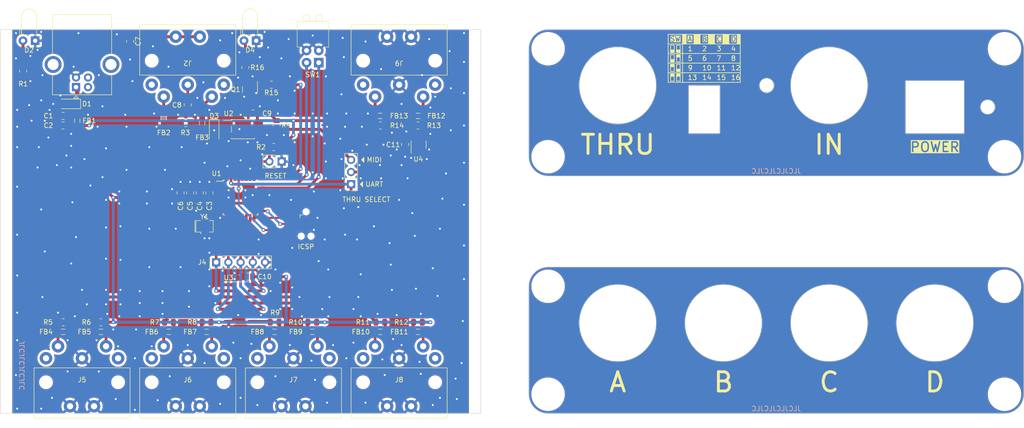
<source format=kicad_pcb>
(kicad_pcb (version 20221018) (generator pcbnew)
  (layers (0 "F.Cu" signal) (31 "B.Cu" signal) (34 "B.Paste" user) (35 "F.Paste" user) (36 "B.SilkS" user "B.Silkscreen") (37 "F.SilkS" user "F.Silkscreen") (38 "B.Mask" user) (39 "F.Mask" user) (44 "Edge.Cuts" user))
  (net 0 "")
  (net 1 "GND")
  (net 2 "+5V")
  (net 3 "Net-(FB2-Pad1)")
  (net 4 "Net-(FB3-Pad1)")
  (net 5 "Net-(FB4-Pad1)")
  (net 6 "Net-(FB4-Pad2)")
  (net 7 "Net-(FB5-Pad1)")
  (net 8 "Net-(FB5-Pad2)")
  (net 9 "Net-(FB6-Pad1)")
  (net 10 "Net-(FB6-Pad2)")
  (net 11 "Net-(FB7-Pad1)")
  (net 12 "Net-(FB7-Pad2)")
  (net 13 "Net-(FB8-Pad1)")
  (net 14 "Net-(FB8-Pad2)")
  (net 15 "Net-(FB9-Pad1)")
  (net 16 "Net-(FB9-Pad2)")
  (net 17 "Net-(FB10-Pad1)")
  (net 18 "Net-(FB10-Pad2)")
  (net 19 "Net-(FB11-Pad1)")
  (net 20 "Net-(FB11-Pad2)")
  (net 21 "Net-(FB12-Pad1)")
  (net 22 "Net-(FB12-Pad2)")
  (net 23 "VBUS")
  (net 35 "/UART_TX")
  (net 36 "/MIDI_IN")
  (net 39 "/XTAL+")
  (net 40 "/XTAL-")
  (net 41 "/SER_CIPO")
  (net 43 "/SER_CLK")
  (net 44 "/SER_COPI")
  (net 45 "/~{RESET}")
  (net 50 "/~{PORT1_EN}")
  (net 51 "/~{PORT2_EN}")
  (net 52 "/~{PORT3_EN}")
  (net 53 "/~{PORT4_EN}")
  (net 54 "/CFG2")
  (net 55 "/CFG1")
  (net 56 "/A6")
  (net 57 "/AREF")
  (net 58 "/A7")
  (net 59 "/~{RX_LED}")
  (net 60 "/PORT1_TX")
  (net 61 "/PORT2_TX")
  (net 62 "/PORT3_TX")
  (net 63 "/PORT4_TX")
  (net 64 "Net-(C7-Pad1)")
  (net 65 "Net-(C8-Pad1)")
  (net 66 "Net-(D2-A)")
  (net 67 "Net-(D3-K)")
  (net 68 "Net-(D3-A)")
  (net 69 "Net-(D4-A)")
  (net 70 "Net-(FB2-Pad2)")
  (net 71 "Net-(FB13-Pad1)")
  (net 72 "Net-(FB13-Pad2)")
  (net 77 "Net-(Q1-B)")
  (net 78 "Net-(Q1-E)")
  (net 79 "/THRU_SEL")
  (net 80 "/THRU_OUT")
  (footprint "kosmo-lib:CUI_SDS-50J" (layer "F.Cu") (at 133 76.5 180)
    (fp_text reference "J9")
    (fp_text value "MIDI THRU")
  )
  (footprint "Inductor_SMD:L_0805_2012Metric" (layer "F.Cu") (at 92 89.5 -90)
    (fp_text reference "FB3")
    (fp_text value "1k@100MHZ" hide)
  )
  (footprint "Resistor_SMD:R_0805_2012Metric" (layer "F.Cu") (at 92.9125 131 180)
    (fp_text reference "R8")
    (fp_text value "220R" hide)
  )
  (footprint "kosmo-lib:Hammond_1455_End_Plate_Hole" (layer "F.Cu") (at 164 96.5 180)
    (fp_text reference "H5" hide)
    (fp_text value "MountingHole" hide)
  )
  (footprint "Capacitor_SMD:C_0805_2012Metric" (layer "F.Cu") (at 93.5 104.05 -90)
    (fp_text reference "C3")
    (fp_text value "100nF" hide)
  )
  (footprint "LED_THT:LED_D3.0mm_Horizontal_O1.27mm_Z6.0mm" (layer "F.Cu") (at 57.25 72.325 180)
    (fp_text reference "D2")
    (fp_text value "POWER")
  )
  (footprint "Inductor_SMD:L_0805_2012Metric" (layer "F.Cu") (at 136.9375 133 180)
    (fp_text reference "FB11")
    (fp_text value "1k@100MHZ" hide)
  )
  (footprint "Capacitor_SMD:C_0805_2012Metric" (layer "F.Cu") (at 63.05 90)
    (fp_text reference "C2")
    (fp_text value "10uF")
  )
  (footprint "Capacitor_SMD:C_0805_2012Metric" (layer "F.Cu") (at 134.25 93.95 90)
    (fp_text reference "C11")
    (fp_text value "100nF")
  )
  (footprint "Package_SO:SO-5_4.4x3.6mm_P1.27mm" (layer "F.Cu") (at 100.5 90.77)
    (fp_text reference "U2")
    (fp_text value "TLP2361")
  )
  (footprint "Resistor_SMD:R_0805_2012Metric" (layer "F.Cu") (at 54.75 78.6625 90)
    (fp_text reference "R1")
    (fp_text value "220R" hide)
  )
  (footprint "Diode_SMD:D_SOD-123" (layer "F.Cu") (at 64.35 85.5 180)
    (fp_text reference "D1")
    (fp_text value "D_Zener" hide)
  )
  (footprint "Inductor_SMD:L_0805_2012Metric" (layer "F.Cu") (at 84 88.4375 -90)
    (fp_text reference "FB2")
    (fp_text value "1k@100MHZ" hide)
  )
  (footprint "kosmo-lib:Hammond_1455_End_Plate_Hole" (layer "F.Cu") (at 164 74 180)
    (fp_text reference "H6" hide)
    (fp_text value "MountingHole" hide)
  )
  (footprint "Package_TO_SOT_SMD:SOT-23-5" (layer "F.Cu") (at 137.05 94 90)
    (fp_text reference "U4")
    (fp_text value "74LVC1G125" hide)
  )
  (footprint "kosmo-lib:Hammond_1455_End_Plate_Hole" (layer "F.Cu") (at 259 96.5 180)
    (fp_text reference "H1" hide)
    (fp_text value "MountingHole" hide)
  )
  (footprint "Resistor_SMD:R_0805_2012Metric" (layer "F.Cu") (at 106.4125 81.5 180)
    (fp_text reference "R15")
    (fp_text value "10k")
  )
  (footprint "Capacitor_SMD:C_0805_2012Metric" (layer "F.Cu") (at 89.5 104.05 -90)
    (fp_text reference "C5")
    (fp_text value "1uF" hide)
  )
  (footprint "Connector_PinHeader_2.54mm:PinHeader_1x05_P2.54mm_Vertical" (layer "F.Cu") (at 94.92 118.5 90)
    (fp_text reference "J4")
    (fp_text value "Conn_01x05" hide)
  )
  (footprint "Resistor_SMD:R_0805_2012Metric" (layer "F.Cu") (at 85.0875 131 180)
    (fp_text reference "R7")
    (fp_text value "220R" hide)
  )
  (footprint "Inductor_SMD:L_0805_2012Metric" (layer "F.Cu") (at 85.0625 133 180)
    (fp_text reference "FB6")
    (fp_text value "1k@100MHZ" hide)
  )
  (footprint "Capacitor_SMD:C_0805_2012Metric" (layer "F.Cu") (at 101.55 121.5 180)
    (fp_text reference "C10")
    (fp_text value "100nF")
  )
  (footprint "Capacitor_SMD:C_0805_2012Metric" (layer "F.Cu") (at 63.05 88)
    (fp_text reference "C1")
    (fp_text value "10uF")
  )
  (footprint "kosmo-lib:Hammond_1455_End_Plate_Hole" (layer "F.Cu") (at 164 123.5)
    (fp_text reference "H3" hide)
    (fp_text value "MountingHole" hide)
  )
  (footprint "Resistor_SMD:R_0805_2012Metric" (layer "F.Cu") (at 136.9125 90)
    (fp_text reference "R13")
    (fp_text value "220R")
  )
  (footprint "Resistor_SMD:R_0805_2012Metric" (layer "F.Cu") (at 114.9125 131 180)
    (fp_text reference "R10")
    (fp_text value "220R" hide)
  )
  (footprint "Inductor_SMD:L_0805_2012Metric" (layer "F.Cu") (at 66 89 -90)
    (fp_text reference "FB1")
    (fp_text value "1k@100MHZ" hide)
  )
  (footprint "kosmo-lib:CUI_SDS-50J" (layer "F.Cu") (at 133 143.5)
    (fp_text reference "J8")
    (fp_text value "MIDI OUT 4")
  )
  (footprint "Package_QFP:TQFP-32_7x7mm_P0.8mm" (layer "F.Cu") (at 100 105)
    (fp_text reference "U1")
    (fp_text value "ATmega328P-AU" hide)
  )
  (footprint "Crystal:Resonator_SMD_Murata_CSTxExxV-3Pin_3.0x1.1mm" (layer "F.Cu") (at 92.5 111)
    (fp_text reference "Y1")
    (fp_text value "CSTNE16M0V530000R0")
  )
  (footprint "Resistor_SMD:R_0805_2012Metric" (layer "F.Cu") (at 70.9125 131 180)
    (fp_text reference "R6")
    (fp_text value "220R" hide)
  )
  (footprint "Capacitor_SMD:C_0805_2012Metric" (layer "F.Cu") (at 87.5 104.05 -90)
    (fp_text reference "C6")
    (fp_text value "4u7F" hide)
  )
  (footprint "Resistor_SMD:R_0805_2012Metric" (layer "F.Cu") (at 63.0875 131 180)
    (fp_text reference "R5")
    (fp_text value "220R" hide)
  )
  (footprint "kosmo-lib:CUI_SDS-50J" (layer "F.Cu") (at 111 143.5)
    (fp_text reference "J7")
    (fp_text value "MIDI OUT 3")
  )
  (footprint "Resistor_SMD:R_0805_2012Metric" (layer "F.Cu") (at 136.9125 131 180)
    (fp_text reference "R12")
    (fp_text value "220R" hide)
  )
  (footprint "Resistor_SMD:R_0805_2012Metric" (layer "F.Cu") (at 107.0875 131 180)
    (fp_text reference "R9")
    (fp_text value "220R" hide)
  )
  (footprint "Capacitor_SMD:C_0805_2012Metric" (layer "F.Cu") (at 89 85.7 -90)
    (fp_text reference "C8")
    (fp_text value "100nF" hide)
  )
  (footprint "kosmo-lib:CUI_SDS-50J" (layer "F.Cu") (at 67 143.5)
    (fp_text reference "J5")
    (fp_text value "MIDI OUT 1")
  )
  (footprint "Package_TO_SOT_SMD:SOT-23" (layer "F.Cu") (at 101.95 82.5 -90)
    (fp_text reference "Q1")
    (fp_text value "MMBT3906" hide)
  )
  (footprint "Capacitor_SMD:C_0805_2012Metric" (layer "F.Cu") (at 102.55 87.5 180)
    (fp_text reference "C9")
    (fp_text value "100nF")
  )
  (footprint "Resistor_SMD:R_0805_2012Metric" (layer "F.Cu") (at 106.9125 94.5 180)
    (fp_text reference "R2")
    (fp_text value "10k")
  )
  (footprint "Connector_PinHeader_2.54mm:PinHeader_1x02_P2.54mm_Vertical" (layer "F.Cu") (at 108.54 97.5 -90)
    (fp_text reference "JP1" hide)
    (fp_text value "RESET")
  )
  (footprint "Inductor_SMD:L_0805_2012Metric" (layer "F.Cu") (at 92.9375 133 180)
    (fp_text reference "FB7")
    (fp_text value "1k@100MHZ" hide)
  )
  (footprint "Inductor_SMD:L_0805_2012Metric" (layer "F.Cu") (at 107.0625 133 180)
    (fp_text reference "FB8")
    (fp_text value "1k@100MHZ" hide)
  )
  (footprint "Connector:Tag-Connect_TC2030-IDC-NL_2x03_P1.27mm_Vertical" (layer "F.Cu") (at 113.635 110.52 -90)
    (fp_text reference "J3" hide)
    (fp_text value "ICSP")
  )
  (footprint "kosmo-lib:Hammond_1455_End_Plate_Hole" (layer "F.Cu") (at 259 74 180)
    (fp_text reference "H2" hide)
    (fp_text value "MountingHole" hide)
  )
  (footprint "Resistor_SMD:R_0805_2012Metric" (layer "F.Cu") (at 129.0875 131 180)
    (fp_text reference "R11")
    (fp_text value "220R" hide)
  )
  (footprint "Inductor_SMD:L_0805_2012Metric" (layer "F.Cu") (at 136.9375 88)
    (fp_text reference "FB12")
    (fp_text value "1k@100MHZ" hide)
  )
  (footprint "Capacitor_SMD:C_0805_2012Metric" (layer "F.Cu") (at 77 72.45 -90)
    (fp_text reference "C7")
    (fp_text value "100nF")
  )
  (footprint "Capacitor_SMD:C_0805_2012Metric" (layer "F.Cu") (at 91.5 104.05 -90)
    (fp_text reference "C4")
    (fp_text value "100nF")
  )
  (footprint "kosmo-lib:Hammond_1455_End_Plate_Hole" (layer "F.Cu") (at 164 146)
    (fp_text reference "H4" hide)
    (fp_text value "MountingHole" hide)
  )
  (footprint "LED_THT:LED_D3.0mm_Horizontal_O1.27mm_Z10.0mm" (layer "F.Cu") (at 103.25 72.325 180)
    (fp_text reference "D4")
    (fp_text value "RX LED")
  )
  (footprint "Connector_PinHeader_2.54mm:PinHeader_1x03_P2.54mm_Vertical" (layer "F.Cu") (at 123 102.235 180)
    (fp_text reference "JP2" hide)
    (fp_text value "THRU SELECT")
  )
  (footprint "Inductor_SMD:L_0805_2012Metric" (layer "F.Cu") (at 129.0625 133 180)
    (fp_text reference "FB10")
    (fp_text value "1k@100MHZ" hide)
  )
  (footprint "Inductor_SMD:L_0805_2012Metric" (layer "F.Cu") (at 114.9375 133 180)
    (fp_text reference "FB9")
    (fp_text value "1k@100MHZ" hide)
  )
  (footprint "kosmo-lib:USB_B_OST_USB-B1HSxx_Horizontal" (layer "F.Cu") (at 65.75 82 90)
    (fp_text reference "J1" hide)
    (fp_text value "USB_B" hide)
  )
  (footprint "kosmo-lib:CUI_SDS-50J" (layer "F.Cu") (at 89 76.5 180)
    (fp_text reference "J2")
    (fp_text value "MIDI IN")
  )
  (footprint "Diode_SMD:D_SOD-123" (layer "F.Cu") (at 94.5 91.15 -90)
    (fp_text reference "D3")
    (fp_text value "1N4148" hide)
  )
  (footprint "kosmo-lib:CUI_SDS-50J" (layer "F.Cu") (at 89 143.5)
    (fp_text reference "J6")
    (fp_text value "MIDI OUT 2")
  )
  (footprint "kosmo-lib:Hammond_1455_End_Plate_Hole" (layer "F.Cu") (at 259 123.5)
    (fp_text reference "H7" hide)
    (fp_text value "MountingHole" hide)
  )
  (footprint "kosmo-lib:SW_DIP_CUI_DS03-254-02BE" (layer "F.Cu") (at 116.27 76.905 180)
    (fp_text reference "SW1")
    (fp_text value "CUI DS03-254-02BE" hide)
  )
  (footprint "kosmo-lib:Hammond_1455_End_Plate_Hole" (layer "F.Cu") (at 259 146)
    (fp_text reference "H8" hide)
    (fp_text value "MountingHole" hide)
  )
  (footprint "Inductor_SMD:L_0805_2012Metric" (layer "F.Cu") (at 70.9375 133 180)
    (fp_text reference "FB5")
    (fp_text value "1k@100MHZ" hide)
  )
  (footprint "Package_SO:SOIC-14_3.9x8.7mm_P1.27mm" (layer "F.Cu") (at 100 127)
    (fp_text reference "U3")
    (fp_text value "74LS32" hide)
  )
  (footprint "Resistor_SMD:R_0805_2012Metric" (layer "F.Cu") (at 88.5875 89.5 180)
    (fp_text reference "R3")
    (fp_text value "220R" hide)
  )
  (footprint "Resistor_SMD:R_0805_2012Metric" (layer "F.Cu") (at 101 77.9125 90)
    (fp_text reference "R16")
    (fp_text value "220R" hide)
  )
  (footprint "Inductor_SMD:L_0805_2012Metric" (layer "F.Cu") (at 129.0625 88)
    (fp_text reference "FB13")
    (fp_text value "1k@100MHZ" hide)
  )
  (footprint "Inductor_SMD:L_0805_2012Metric" (layer "F.Cu") (at 63.0625 133 180)
    (fp_text reference "FB4")
    (fp_text value "1k@100MHZ" hide)
  )
  (footprint "Resistor_SMD:R_0805_2012Metric" (layer "F.Cu") (at 129.0875 90)
    (fp_text reference "R14")
    (fp_text value "220R")
  )
  (footprint "Resistor_SMD:R_0805_2012Metric" (layer "F.Cu") (at 107.5 89.8925 -90)
    (fp_text reference "R4")
    (fp_text value "10k")
  )
  (gr_line (start 204 79) (end 189 79) (stroke (width 0.15)) (layer "F.SilkS"))
  (gr_rect (start 200.3623 71) (end 201.6377 73) (stroke (width 0.15)) (fill solid) (layer "F.SilkS"))
  (gr_rect (start 190.75 75.25) (end 191.5 76.75) (stroke (width 0.15)) (fill none) (layer "F.SilkS"))
  (gr_rect (start 203.3623 71) (end 204 73) (stroke (width 0.15)) (fill solid) (layer "F.SilkS"))
  (gr_rect (start 190.75 77.25) (end 191.5 78.75) (stroke (width 0.15)) (fill none) (layer "F.SilkS"))
  (gr_rect (start 190.75 79.25) (end 191.5 80.75) (stroke (width 0.15)) (fill none) (layer "F.SilkS"))
  (gr_line (start 189 81) (end 204 81) (stroke (width 0.15)) (layer "F.SilkS"))
  (gr_rect (start 190.75 74.25) (end 191.5 74.75) (stroke (width 0.15)) (fill solid) (layer "F.SilkS"))
  (gr_rect (start 190.75 79.25) (end 191.5 79.75) (stroke (width 0.15)) (fill solid) (layer "F.SilkS"))
  (gr_rect (start 189.5 74.25) (end 190.25 74.75) (stroke (width 0.15)) (fill solid) (layer "F.SilkS"))
  (gr_rect (start 194.3623 71) (end 195.6377 73) (stroke (width 0.15)) (fill solid) (layer "F.SilkS"))
  (gr_line (start 189 71) (end 204 71) (stroke (width 0.15)) (layer "F.SilkS"))
  (gr_rect (start 189.5 75.25) (end 190.25 76.75) (stroke (width 0.15)) (fill none) (layer "F.SilkS"))
  (gr_line (start 192 73) (end 189 73) (stroke (width 0.15)) (layer "F.SilkS"))
  (gr_rect (start 189.5 77.25) (end 190.25 78.75) (stroke (width 0.15)) (fill none) (layer "F.SilkS"))
  (gr_line (start 204 81) (end 204 73) (stroke (width 0.15)) (layer "F.SilkS"))
  (gr_rect (start 190.75 78.25) (end 191.5 78.75) (stroke (width 0.15)) (fill solid) (layer "F.SilkS"))
  (gr_rect (start 190.75 73.25) (end 191.5 74.75) (stroke (width 0.15)) (fill none) (layer "F.SilkS"))
  (gr_line (start 189 81) (end 189 71) (stroke (width 0.15)) (layer "F.SilkS"))
  (gr_rect (start 197.3623 71) (end 198.6377 73) (stroke (width 0.15)) (fill solid) (layer "F.SilkS"))
  (gr_poly (pts (xy 124.905 102.235) (xy 125.405 101.735) (xy 125.405 102.735)) (stroke (width 0.15)) (fill solid) (layer "F.SilkS"))
  (gr_poly (pts (xy 125.175 97.155) (xy 125.675 96.655) (xy 125.675 97.655)) (stroke (width 0.15)) (fill solid) (layer "F.SilkS"))
  (gr_line (start 192 73) (end 204 73) (stroke (width 0.15)) (layer "F.SilkS"))
  (gr_rect (start 189.5 79.25) (end 190.25 79.75) (stroke (width 0.15)) (fill solid) (layer "F.SilkS"))
  (gr_rect (start 189.5 79.25) (end 190.25 80.75) (stroke (width 0.15)) (fill none) (layer "F.SilkS"))
  (gr_line (start 189 77) (end 204 77) (stroke (width 0.15)) (layer "F.SilkS"))
  (gr_rect (start 189.5 77.25) (end 190.25 77.75) (stroke (width 0.15)) (fill solid) (layer "F.SilkS"))
  (gr_line (start 192 81) (end 191.9746 73) (stroke (width 0.15)) (layer "F.SilkS"))
  (gr_rect (start 189.5 76.25) (end 190.25 76.75) (stroke (width 0.15)) (fill solid) (layer "F.SilkS"))
  (gr_rect (start 189.5 73.25) (end 190.25 74.75) (stroke (width 0.15)) (fill none) (layer "F.SilkS"))
  (gr_rect (start 191.9746 71) (end 192.75 73) (stroke (width 0.15)) (fill solid) (layer "F.SilkS"))
  (gr_rect (start 190.75 75.25) (end 191.5 75.75) (stroke (width 0.15)) (fill solid) (layer "F.SilkS"))
  (gr_line (start 189 75) (end 204 75) (stroke (width 0.15)) (layer "F.SilkS"))
  (gr_arc (start 160 74) (mid 161.171573 71.171573) (end 164 70) (stroke (width 0.1)) (layer "Edge.Cuts"))
  (gr_line (start 50 150) (end 50 70) (stroke (width 0.1)) (layer "Edge.Cuts"))
  (gr_circle (center 209.5 81.65) (end 208 81.65) (stroke (width 0.1)) (fill none) (layer "Edge.Cuts"))
  (gr_rect (start 193.25 81.65) (end 199.75 91.65) (stroke (width 0.1)) (fill none) (layer "Edge.Cuts"))
  (gr_arc (start 164 100.5) (mid 161.171573 99.328427) (end 160 96.5) (stroke (width 0.1)) (layer "Edge.Cuts"))
  (gr_circle (center 178.5 81.65) (end 170.5 81.65) (stroke (width 0.1)) (fill none) (layer "Edge.Cuts"))
  (gr_line (start 50 70) (end 150 70) (stroke (width 0.1)) (layer "Edge.Cuts"))
  (gr_line (start 263 96.5) (end 263 74) (stroke (width 0.1)) (layer "Edge.Cuts"))
  (gr_arc (start 259 70) (mid 261.828427 71.171573) (end 263 74) (stroke (width 0.1)) (layer "Edge.Cuts"))
  (gr_circle (center 255.5 86.15) (end 254 86.15) (stroke (width 0.1)) (fill none) (layer "Edge.Cuts"))
  (gr_line (start 263 146) (end 263 123.5) (stroke (width 0.1)) (layer "Edge.Cuts"))
  (gr_circle (center 200.5 131.15) (end 208.5 131.15) (stroke (width 0.1)) (fill none) (layer "Edge.Cuts"))
  (gr_arc (start 263 96.5) (mid 261.828427 99.328427) (end 259 100.5) (stroke (width 0.1)) (layer "Edge.Cuts"))
  (gr_arc (start 160 123.5) (mid 161.171573 120.671573) (end 164 119.5) (stroke (width 0.1)) (layer "Edge.Cuts"))
  (gr_circle (center 178.5 131.15) (end 186.5 131.15) (stroke (width 0.1)) (fill none) (layer "Edge.Cuts"))
  (gr_arc (start 263 146) (mid 261.828427 148.828427) (end 259 150) (stroke (width 0.1)) (layer "Edge.Cuts"))
  (gr_circle (center 222.5 81.65) (end 214.5 81.65) (stroke (width 0.1)) (fill none) (layer "Edge.Cuts"))
  (gr_arc (start 259 119.5) (mid 261.828427 120.671573) (end 263 123.5) (stroke (width 0.1)) (layer "Edge.Cuts"))
  (gr_line (start 259 70) (end 164 70) (stroke (width 0.1)) (layer "Edge.Cuts"))
  (gr_line (start 150 70) (end 150 150) (stroke (width 0.1)) (layer "Edge.Cuts"))
  (gr_line (start 160 74) (end 160 96.5) (stroke (width 0.1)) (layer "Edge.Cuts"))
  (gr_line (start 50 150) (end 150 150) (stroke (width 0.1)) (layer "Edge.Cuts"))
  (gr_arc (start 164 150) (mid 161.171573 148.828427) (end 160 146) (stroke (width 0.1)) (layer "Edge.Cuts"))
  (gr_rect (start 238.4 80.65) (end 250.6 91.65) (stroke (width 0.1)) (fill none) (layer "Edge.Cuts"))
  (gr_line (start 164 100.5) (end 259 100.5) (stroke (width 0.1)) (layer "Edge.Cuts"))
  (gr_line (start 164 150) (end 259 150) (stroke (width 0.1)) (layer "Edge.Cuts"))
  (gr_line (start 259 119.5) (end 164 119.5) (stroke (width 0.1)) (layer "Edge.Cuts"))
  (gr_circle (center 244.5 131.15) (end 252.5 131.15) (stroke (width 0.1)) (fill none) (layer "Edge.Cuts"))
  (gr_line (start 160 123.5) (end 160 146) (stroke (width 0.1)) (layer "Edge.Cuts"))
  (gr_circle (center 222.5 131.15) (end 230.5 131.15) (stroke (width 0.1)) (fill none) (layer "Edge.Cuts"))
  (gr_text "JLCJLCJLCJLC" (at 211.5 149) (layer "B.SilkS") (effects (font (size 1 1)) (justify mirror)))
  (gr_text "JLCJLCJLCJLC" (at 54.5 140 90) (layer "B.SilkS") (effects (font (size 1 1)) (justify mirror)))
  (gr_text "JLCJLCJLCJLC" (at 211.5 99.5) (layer "B.SilkS") (effects (font (size 1 1)) (justify mirror)))
  (gr_text "14" (at 196 80) (layer "F.SilkS") (effects (font (size 1 1)) (justify left)))
  (gr_text "12" (at 202 78) (layer "F.SilkS") (effects (font (size 1 1)) (justify left)))
  (gr_text "D" (at 202 72) (layer "F.SilkS" knockout) (effects (font (size 1 1)) (justify left)))
  (gr_text "13" (at 193 80) (layer "F.SilkS") (effects (font (size 1 1)) (justify left)))
  (gr_text "A" (at 193 72) (layer "F.SilkS" knockout) (effects (font (size 1 1)) (justify left)))
  (gr_text "SW" (at 190.5 72) (layer "F.SilkS" knockout) (effects (font (size 1 1))))
  (gr_text "6" (at 196 76) (layer "F.SilkS") (effects (font (size 1 1)) (justify left)))
  (gr_text "C" (at 222.5 143.5) (layer "F.SilkS") (effects (font (size 4 4) (thickness 0.6))))
  (gr_text "D" (at 244.5 143.5) (layer "F.SilkS") (effects (font (size 4 4) (thickness 0.6))))
  (gr_text "11" (at 199 78) (layer "F.SilkS") (effects (font (size 1 1)) (justify left)))
  (gr_text "B" (at 200.5 143.5) (layer "F.SilkS") (effects (font (size 4 4) (thickness 0.6))))
  (gr_text "9" (at 193 78) (layer "F.SilkS") (effects (font (size 1 1)) (justify left)))
  (gr_text "2" (at 196 74) (layer "F.SilkS") (effects (font (size 1 1)) (justify left)))
  (gr_text "UART" (at 125.905 102.235) (layer "F.SilkS") (effects (font (size 1 1)) (justify left)))
  (gr_text "THRU" (at 178.5 94) (layer "F.SilkS") (effects (font (size 4 4) (thickness 0.6))))
  (gr_text "POWER" (at 244.5 94.5) (layer "F.SilkS" knockout) (effects (font (size 2 2) (thickness 0.3))))
  (gr_text "1" (at 193 74) (layer "F.SilkS") (effects (font (size 1 1)) (justify left)))
  (gr_text "B" (at 196 72) (layer "F.SilkS" knockout) (effects (font (size 1 1)) (justify left)))
  (gr_text "16" (at 202 80) (layer "F.SilkS") (effects (font (size 1 1)) (justify left)))
  (gr_text "C" (at 199 72) (layer "F.SilkS" knockout) (effects (font (size 1 1)) (justify left)))
  (gr_text "5" (at 193 76) (layer "F.SilkS") (effects (font (size 1 1)) (justify left)))
  (gr_text "IN" (at 222.5 94) (layer "F.SilkS") (effects (font (size 4 4) (thickness 0.6))))
  (gr_text "4" (at 202 74) (layer "F.SilkS") (effects (font (size 1 1)) (justify left)))
  (gr_text "MIDI" (at 126.175 97.155) (layer "F.SilkS") (effects (font (size 1 1)) (justify left)))
  (gr_text "8" (at 202 76) (layer "F.SilkS") (effects (font (size 1 1)) (justify left)))
  (gr_text "10" (at 196 78) (layer "F.SilkS") (effects (font (size 1 1)) (justify left)))
  (gr_text "15" (at 199 80) (layer "F.SilkS") (effects (font (size 1 1)) (justify left)))
  (gr_text "A" (at 178.5 143.5) (layer "F.SilkS") (effects (font (size 4 4) (thickness 0.6))))
  (gr_text "7" (at 199 76) (layer "F.SilkS") (effects (font (size 1 1)) (justify left)))
  (gr_text "3" (at 199 74) (layer "F.SilkS") (effects (font (size 1 1)) (justify left)))
  (segment (start 135.8625 95.1375) (end 136.1 95.1375) (width 0.4) (layer "F.Cu") (net 1))
  (segment (start 134.25 94.9) (end 135.8625 94.9) (width 0.6) (layer "F.Cu") (net 1))
  (segment (start 114.27 111.79) (end 115.21 111.79) (width 0.6) (layer "F.Cu") (net 1))
  (segment (start 136.1 95.1375) (end 136.1 96.15) (width 0.6) (layer "F.Cu") (net 1))
  (segment (start 97.525 130.81) (end 97.525 131.975) (width 0.6) (layer "F.Cu") (net 1))
  (segment (start 97.5 105) (end 97.1 105.4) (width 0.55) (layer "F.Cu") (net 1))
  (segment (start 97.2 103.8) (end 95.75 103.8) (width 0.55) (layer "F.Cu") (net 1))
  (segment (start 98.75 120.75) (end 99.85 120.75) (width 0.55) (layer "F.Cu") (net 1))
  (segment (start 115.21 111.79) (end 115.25 111.75) (width 0.6) (layer "F.Cu") (net 1))
  (segment (start 92.5 109.130664) (end 92.5 111) (width 0.4) (layer "F.Cu") (net 1))
  (segment (start 99.5 129.5) (end 98.19 130.81) (width 0.6) (layer "F.Cu") (net 1))
  (segment (start 97.5 103.5) (end 97.2 103.8) (width 0.55) (layer "F.Cu") (net 1))
  (segment (start 135.8625 94.9) (end 136.1 95.1375) (width 0.6) (layer "F.Cu") (net 1))
  (segment (start 94.2 103.8) (end 93.5 103.1) (width 0.55) (layer "F.Cu") (net 1))
  (segment (start 100.1 122) (end 100.6 121.5) (width 0.55) (layer "F.Cu") (net 1))
  (segment (start 97.1 105.4) (end 95.75 105.4) (width 0.55) (layer "F.Cu") (net 1))
  (segment (start 102.6 104.6) (end 102.5 104.5) (width 0.55) (layer "F.Cu") (net 1))
  (segment (start 62.25 86.75) (end 62.25 87.85) (width 0.4) (layer "F.Cu") (net 1))
  (segment (start 62.25 87.85) (end 62.1 88) (width 0.4) (layer "F.Cu") (net 1))
  (segment (start 92.565332 109.065332) (end 92.5 109.130664) (width 0.4) (layer "F.Cu") (net 1))
  (segment (start 104.25 104.6) (end 105.9 104.6) (width 0.55) (layer "F.Cu") (net 1))
  (segment (start 104.25 104.6) (end 102.6 104.6) (width 0.55) (layer "F.Cu") (net 1))
  (segment (start 98.19 130.81) (end 97.525 130.81) (width 0.6) (layer "F.Cu") (net 1))
  (segment (start 136.1 96.15) (end 135.5 96.75) (width 0.6) (layer "F.Cu") (net 1))
  (segment (start 95.75 103.8) (end 94.2 103.8) (width 0.55) (layer "F.Cu") (net 1))
  (segment (start 62.75 86.75) (end 62.25 86.75) (width 0.4) (layer "F.Cu") (net 1))
  (segment (start 99.85 120.75) (end 100.6 121.5) (width 0.55) (layer "F.Cu") (net 1))
  (segment (start 98.75 122) (end 100.1 122) (width 0.55) (layer "F.Cu") (net 1))
  (segment (start 105.9 104.6) (end 106 104.5) (width 0.55) (layer "F.Cu") (net 1))
  (segment (start 62.7 85.5) (end 62.7 86.7) (width 0.4) (layer "F.Cu") (net 1))
  (segment (start 97.525 131.975) (end 97.5 132) (width 0.6) (layer "F.Cu") (net 1))
  (segment (start 62.7 86.7) (end 62.75 86.75) (width 0.4) (layer "F.Cu") (net 1))
  (via (at 95.75 72.25) (size 0.8) (drill 0.4) (layers "F.Cu" "B.Cu") (net 1))
  (via (at 118.25 129.75) (size 0.8) (drill 0.4) (layers "F.Cu" "B.Cu") (net 1))
  (via (at 81.5 136) (size 0.8) (drill 0.4) (layers "F.Cu" "B.Cu") (net 1))
  (via (at 146.5 106.5) (size 0.8) (drill 0.4) (layers "F.Cu" "B.Cu") (net 1))
  (via (at 137.75 79.5) (size 0.8) (drill 0.4) (layers "F.Cu" "B.Cu") (net 1))
  (via (at 135.5 96.75) (size 0.8) (drill 0.4) (layers "F.Cu" "B.Cu") (net 1))
  (via (at 125 129.75) (size 0.8) (drill 0.4) (layers "F.Cu" "B.Cu") (net 1))
  (via (at 115.25 103.75) (size 0.8) (drill 0.4) (layers "F.Cu" "B.Cu") (net 1))
  (via (at 120.75 103.5) (size 0.8) (drill 0.4) (layers "F.Cu" "B.Cu") (net 1))
  (via (at 121.75 112.75) (size 0.8) (drill 0.4) (layers "F.Cu" "B.Cu") (net 1))
  (via (at 99.75 90.75) (size 0.8) (drill 0.4) (layers "F.Cu" "B.Cu") (net 1))
  (via (at 129 98.25) (size 0.8) (drill 0.4) (layers "F.Cu" "B.Cu") (net 1))
  (via (at 117.5 93.75) (size 0.8) (drill 0.4) (layers "F.Cu" "B.Cu") (net 1))
  (via (at 110.75 115.5) (size 0.8) (drill 0.4) (layers "F.Cu" "B.Cu") (net 1))
  (via (at 83.75 129.25) (size 0.8) (drill 0.4) (layers "F.Cu" "B.Cu") (net 1))
  (via (at 111 98.25) (size 0.8) (drill 0.4) (layers "F.Cu" "B.Cu") (net 1))
  (via (at 131.5 91.5) (size 0.8) (drill 0.4) (layers "F.Cu" "B.Cu") (net 1))
  (via (at 92.5 113.5) (size 0.8) (drill 0.4) (layers "F.Cu" "B.Cu") (net 1))
  (via (at 109 92) (size 0.8) (drill 0.4) (layers "F.Cu" "B.Cu") (net 1))
  (via (at 123.5 128.25) (size 0.8) (drill 0.4) (layers "F.Cu" "B.Cu") (net 1))
  (via (at 73.5 132.5) (size 0.8) (drill 0.4) (layers "F.Cu" "B.Cu") (net 1))
  (via (at 101 103.5) (size 0.8) (drill 0.4) (layers "F.Cu" "B.Cu") (net 1))
  (via (at 132.5 129.5) (size 0.8) (drill 0.4) (layers "F.Cu" "B.Cu") (net 1))
  (via (at 80.5 103.75) (size 0.8) (drill 0.4) (layers "F.Cu" "B.Cu") (net 1))
  (via (at 125 101) (size 0.8) (drill 0.4) (layers "F.Cu" "B.Cu") (net 1))
  (via (at 100.75 84) (size 0.8) (drill 0.4) (layers "F.Cu" "B.Cu") (net 1))
  (via (at 128.5 129.25) (size 0.8) (drill 0.4) (layers "F.Cu" "B.Cu") (net 1))
  (via (at 129.5 138.75) (size 0.8) (drill 0.4) (layers "F.Cu" "B.Cu") (net 1))
  (via (at 72 111.25) (size 0.8) (drill 0.4) (layers "F.Cu" "B.Cu") (net 1))
  (via (at 115.25 111.75) (size 0.8) (drill 0.4) (layers "F.Cu" "B.Cu") (net 1))
  (via (at 137.5 129.25) (size 0.8) (drill 0.4) (layers "F.Cu" "B.Cu") (net 1))
  (via (at 75 127.25) (size 0.8) (drill 0.4) (layers "F.Cu" "B.Cu") (net 1))
  (via (at 77 76.25) (size 0.8) (drill 0.4) (layers "F.Cu" "B.Cu") (net 1))
  (via (at 115.5 143) (size 0.8) (drill 0.4) (layers "F.Cu" "B.Cu") (net 1))
  (via (at 118.5 125.75) (size 0.8) (drill 0.4) (layers "F.Cu" "B.Cu") (net 1))
  (via (at 107.75 84.75) (size 0.8) (drill 0.4) (layers "F.Cu" "B.Cu") (net 1))
  (via (at 141 125.5) (size 0.8) (drill 0.4) (layers "F.Cu" "B.Cu") (net 1))
  (via (at 131.25 96.25) (size 0.8) (drill 0.4) (layers "F.Cu" "B.Cu") (net 1))
  (via (at 121.5 107.25) (size 0.8) (drill 0.4) (layers "F.Cu" "B.Cu") (net 1))
  (via (at 60 92.5) (size 0.8) (drill 0.4) (layers "F.Cu" "B.Cu") (net 1))
  (via (at 93.5 101.75) (size 0.8) (drill 0.4) (layers "F.Cu" "B.Cu") (net 1))
  (via (at 98.5 135.25) (size 0.8) (drill 0.4) (layers "F.Cu" "B.Cu") (net 1))
  (via (at 125.25 90.25) (size 0.8) (drill 0.4) (layers "F.Cu" "B.Cu") (net 1))
  (via (at 74.75 129.75) (size 0.8) (drill 0.4) (layers "F.Cu" "B.Cu") (net 1))
  (via (at 97.5 132) (size 0.8) (drill 0.4) (layers "F.Cu" "B.Cu") (net 1))
  (via (at 80.5 106.25) (size 0.8) (drill 0.4) (layers "F.Cu" "B.Cu") (net 1))
  (via (at 74.75 106.25) (size 0.8) (drill 0.4) (layers "F.Cu" "B.Cu") (net 1))
  (via (at 99.5 80) (size 0.8) (drill 0.4) (layers "F.Cu" "B.Cu") (net 1))
  (via (at 126 147.75) (size 0.8) (drill 0.4) (layers "F.Cu" "B.Cu") (net 1))
  (via (at 126 72.5) (size 0.8) (drill 0.4) (layers "F.Cu" "B.Cu") (net 1))
  (via (at 145 147) (size 0.8) (drill 0.4) (layers "F.Cu" "B.Cu") (net 1))
  (via (at 107.25 142.25) (size 0.8) (drill 0.4) (layers "F.Cu" "B.Cu") (net 1))
  (via (at 72.25 129.25) (size 0.8) (drill 0.4) (layers "F.Cu" "B.Cu") (net 1))
  (via (at 68 127.25) (size 0.8) (drill 0.4) (layers "F.Cu" "B.Cu") (net 1))
  (via (at 93.5 86.75) (size 0.8) (drill 0.4) (layers "F.Cu" "B.Cu") (net 1))
  (via (at 96.75 84.25) (size 0.8) (drill 0.4) (layers "F.Cu" "B.Cu") (net 1))
  (via (at 64.75 98.75) (size 0.8) (drill 0.4) (layers "F.Cu" "B.Cu") (net 1))
  (via (at 60.75 146.75) (size 0.8) (drill 0.4) (layers "F.Cu" "B.Cu") (net 1))
  (via (at 97.5 93.25) (size 0.8) (drill 0.4) (layers "F.Cu" "B.Cu") (net 1))
  (via (at 137.5 141.75) (size 0.8) (drill 0.4) (layers "F.Cu" "B.Cu") (net 1))
  (via (at 53.5 129) (size 0.8) (drill 0.4) (layers "F.Cu" "B.Cu") (net 1))
  (via (at 94.75 127) (size 0.8) (drill 0.4) (layers "F.Cu" "B.Cu") (net 1))
  (via (at 79 124.5) (size 0.8) (drill 0.4) (layers "F.Cu" "B.Cu") (net 1))
  (via (at 78 149.25) (size 0.8) (drill 0.4) (layers "F.Cu" "B.Cu") (net 1))
  (via (at 53.5 86.75) (size 0.8) (drill 0.4) (layers "F.Cu" "B.Cu") (net 1))
  (via (at 111.25 87.5) (size 0.8) (drill 0.4) (layers "F.Cu" "B.Cu") (net 1))
  (via (at 91 84.25) (size 0.8) (drill 0.4) (layers "F.Cu" "B.Cu") (net 1))
  (via (at 91.5 101.75) (size 0.8) (drill 0.4) (layers "F.Cu" "B.Cu") (net 1))
  (via (at 146.5 90) (size 0.8) (drill 0.4) (layers "F.Cu" "B.Cu") (net 1))
  (via (at 122 87.5) (size 0.8) (drill 0.4) (layers "F.Cu" "B.Cu") (net 1))
  (via (at 133.5 98.25) (size 0.8) (drill 0.4) (layers "F.Cu" "B.Cu") (net 1))
  (via (at 94.5 91) (size 0.8) (drill 0.4) (layers "F.Cu" "B.Cu") (net 1))
  (via (at 111.25 82.75) (size 0.8) (drill 0.4) (layers "F.Cu" "B.Cu") (net 1))
  (via (at 108.5 76) (size 0.8) (drill 0.4) (layers "F.Cu" "B.Cu") (net 1))
  (via (at 76.25 90.25) (size 0.8) (drill 0.4) (layers "F.Cu" "B.Cu") (net 1))
  (via (at 133 105.5) (size 0.8) (drill 0.4) (layers "F.Cu" "B.Cu") (net 1))
  (via (at 87.5 119.5) (size 0.8) (drill 0.4) (layers "F.Cu" "B.Cu") (net 1))
  (via (at 115 71.25) (size 0.8) (drill 0.4) (layers "F.Cu" "B.Cu") (net 1))
  (via (at 138.75 97) (size 0.8) (drill 0.4) (layers "F.Cu" "B.Cu") (net 1))
  (via (at 87.75 94.5) (size 0.8) (drill 0.4) (layers "F.Cu" "B.Cu") (net 1))
  (via (at 103.5 148.25) (size 0.8) (drill 0.4) (layers "F.Cu" "B.Cu") (net 1))
  (via (at 97.5 103.5) (size 0.8) (drill 0.4) (layers "F.Cu" "B.Cu") (net 1))
  (via (at 121.25 71.75) (size 0.8) (drill 0.4) (layers "F.Cu" "B.Cu") (net 1))
  (via (at 105.5 92) (size 0.8) (drill 0.4) (layers "F.Cu" "B.Cu") (net 1))
  (via (at 114.75 139) (size 0.8) (drill 0.4) (layers "F.Cu" "B.Cu") (net 1))
  (via (at 100 97.25) (size 0.8) (drill 0.4) (layers "F.Cu" "B.Cu") (net 1))
  (via (at 142.75 100) (size 0.8) (drill 0.4) (layers "F.Cu" "B.Cu") (net 1))
  (via (at 129.75 94) (size 0.8) (drill 0.4) (layers "F.Cu" "B.Cu") (net 1))
  (via (at 139.5 91.75) (size 0.8) (drill 0.4) (layers "F.Cu" "B.Cu") (net 1))
  (via (at 121.5 75.75) (size 0.8) (drill 0.4) (layers "F.Cu" "B.Cu") (net 1))
  (via (at 110.5 105.5) (size 0.8) (drill 0.4) (layers "F.Cu" "B.Cu") (net 1))
  (via (at 98.75 122) (size 0.8) (drill 0.4) (layers "F.Cu" "B.Cu") (net 1))
  (via (at 89.25 127.75) (size 0.8) (drill 0.4) (layers "F.Cu" "B.Cu") (net 1))
  (via (at 72 94.75) (size 0.8) (drill 0.4) (layers "F.Cu" "B.Cu") (net 1))
  (via (at 140 148.25) (size 0.8) (drill 0.4) (layers "F.Cu" "B.Cu") (net 1))
  (via (at 67 124.25) (size 0.8) (drill 0.4) (layers "F.Cu" "B.Cu") (net 1))
  (via (at 83.75 127) (size 0.8) (drill 0.4) (layers "F.Cu" "B.Cu") (net 1))
  (via (at 117.5 113.75) (size 0.8) (drill 0.4) (layers "F.Cu" "B.Cu") (net 1))
  (via (at 135.75 108.25) (size 0.8) (drill 0.4) (layers "F.Cu" "B.Cu") (net 1))
  (via (at 66.25 70.75) (size 0.8) (drill 0.4) (layers "F.Cu" "B.Cu") (net 1))
  (via (at 58.5 84.75) (size 0.8) (drill 0.4) (layers "F.Cu" "B.Cu") (net 1))
  (via (at 124.25 113.75) (size 0.8) (drill 0.4) (layers "F.Cu" "B.Cu") (net 1))
  (via (at 84.25 99.25) (size 0.8) (drill 0.4) (layers "F.Cu" "B.Cu") (net 1))
  (via (at 110 72) (size 0.8) (drill 0.4) (layers "F.Cu" "B.Cu") (net 1))
  (via (at 85.75 106.25) (size 0.8) (drill 0.4) (layers "F.Cu" "B.Cu") (net 1))
  (via (at 115 78.75) (size 0.8) (drill 0.4) (layers "F.Cu" "B.Cu") (net 1))
  (via (at 118 87.5) (size 0.8) (drill 0.4) (layers "F.Cu" "B.Cu") (net 1))
  (via (at 76.25 99.25) (size 0.8) (drill 0.4) (layers "F.Cu" "B.Cu") (net 1))
  (via (at 81.75 73.5) (size 0.8) (drill 0.4) (layers "F.Cu" "B.Cu") (net 1))
  (via (at 76 87.75) (size 0.8) (drill 0.4) (layers "F.Cu" "B.Cu") (net 1))
  (via (at 136.5 124) (size 0.8) (drill 0.4) (layers "F.Cu" "B.Cu") (net 1))
  (via (at 81 94.5) (size 0.8) (drill 0.4) (layers "F.Cu" "B.Cu") (net 1))
  (via (at 117.75 79.75) (size 0.8) (drill 0.4) (layers "F.Cu" "B.Cu") (net 1))
  (via (at 105.75 73.75) (size 0.8) (drill 0.4) (layers "F.Cu" "B.Cu") (net 1))
  (via (at 141.5 111.5) (size 0.8) (drill 0.4) (layers "F.Cu" "B.Cu") (net 1))
  (via (at 82 87.5) (size 0.8) (drill 0.4) (layers "F.Cu" "B.Cu") (net 1))
  (via (at 117.75 97.5) (size 0.8) (drill 0.4) (layers "F.Cu" "B.Cu") (net 1))
  (via (at 58.5 107.5) (size 0.8) (drill 0.4) (layers "F.Cu" "B.Cu") (net 1))
  (via (at 140 119.75) (size 0.8) (drill 0.4) (layers "F.Cu" "B.Cu") (net 1))
  (via (at 119.25 135.75) (size 0.8) (drill 0.4) (layers "F.Cu" "B.Cu") (net 1))
  (via (at 92.5 97.75) (size 0.8) (drill 0.4) (layers "F.Cu" "B.Cu") (net 1))
  (via (at 102.5 79.75) (size 0.8) (drill 0.4) (layers "F.Cu" "B.Cu") (net 1))
  (via (at 123.25 95.25) (size 0.8) (drill 0.4) (layers "F.Cu" "B.Cu") (net 1))
  (via (at 117 128.25) (size 0.8) (drill 0.4) (layers "F.Cu" "B.Cu") (net 1))
  (via (at 70.5 141.25) (size 0.8) (drill 0.4) (layers "F.Cu" "B.Cu") (net 1))
  (via (at 53.25 76) (size 0.8) (drill 0.4) (layers "F.Cu" "B.Cu") (net 1))
  (via (at 85 77.75) (size 0.8) (drill 0.4) (layers "F.Cu" "B.Cu") (net 1))
  (via (at 71.25 86) (size 0.8) (drill 0.4) (layers "F.Cu" "B.Cu") (net 1))
  (via (at 146.5 70.75) (size 0.8) (drill 0.4) (layers "F.Cu" "B.Cu") (net 1))
  (via (at 143.75 91) (size 0.8) (drill 0.4) (layers "F.Cu" "B.Cu") (net 1))
  (via (at 126.5 87.5) (size 0.8) (drill 0.4) (layers "F.Cu" "B.Cu") (net 1))
  (via (at 53.5 112.75) (size 0.8) (drill 0.4) (layers "F.Cu" "B.Cu") (net 1))
  (via (at 92.25 81) (size 0.8) (drill 0.4) (layers "F.Cu" "B.Cu") (net 1))
  (via (at 59.25 89) (size 0.8) (drill 0.4) (layers "F.Cu" "B.Cu") (net 1))
  (via (at 57.75 98.75) (size 0.8) (drill 0.4) (layers "F.Cu" "B.Cu") (net 1))
  (via (at 93.5 116.5) (size 0.8) (drill 0.4) (layers "F.Cu" "B.Cu") (net 1))
  (via (at 99.5 129.5) (size 0.8) (drill 0.4) (layers "F.Cu" "B.Cu") (net 1))
  (via (at 58.75 125.75) (size 0.8) (drill 0.4) (layers "F.Cu" "B.Cu") (net 1))
  (via (at 58 94.5) (size 0.8) (drill 0.4) (layers "F.Cu" "B.Cu") (net 1))
  (via (at 53.5 102.75) (size 0.8) (drill 0.4) (layers "F.Cu" "B.Cu") (net 1))
  (via (at 102.25 135.5) (size 0.8) (drill 0.4) (layers "F.Cu" "B.Cu") (net 1))
  (via (at 108.25 122.75) (size 0.8) (drill 0.4) (layers "F.Cu" "B.Cu") (net 1))
  (via (at 79 127) (size 0.8) (drill 0.4) (layers "F.Cu" "B.Cu") (net 1))
  (via (at 146.5 122) (size 0.8) (drill 0.4) (layers "F.Cu" "B.Cu") (net 1))
  (via (at 146.5 97.75) (size 0.8) (drill 0.4) (layers "F.Cu" "B.Cu") (net 1))
  (via (at 58.75 79.5) (size 0.8) (drill 0.4) (layers "F.Cu" "B.Cu") (net 1))
  (via (at 93.5 120) (size 0.8) (drill 0.4) (layers "F.Cu" "B.Cu") (net 1))
  (via (at 99.75 74.75) (size 0.8) (drill 0.4) (layers "F.Cu" "B.Cu") (net 1))
  (via (at 136.25 113) (size 0.8) (drill 0.4) (layers "F.Cu" "B.Cu") (net 1))
  (via (at 133.5 85.5) (size 0.8) (drill 0.4) (layers "F.Cu" "B.Cu") (net 1))
  (via (at 95.75 148) (size 0.8) (drill 0.4) (layers "F.Cu" "B.Cu") (net 1))
  (via (at 103.25 83.25) (size 0.8) (drill 0.4) (layers "F.Cu" "B.Cu") (net 1))
  (via (at 140.5 84) (size 0.8) (drill 0.4) (layers "F.Cu" "B.Cu") (net 1))
  (via (at 93 93.75) (size 0.8) (drill 0.4) (layers "F.Cu" "B.Cu") (net 1))
  (via (at 121 97) (size 0.8) (drill 0.4) (layers "F.Cu" "B.Cu") (net 1))
  (via (at 121.25 101) (size 0.8) (drill 0.4) (layers "F.Cu" "B.Cu") (net 1))
  (via (at 143.75 82.25) (size 0.8) (drill 0.4) (layers "F.Cu" "B.Cu") (net 1))
  (via (at 102 99) (size 0.8) (drill 0.4) (layers "F.Cu" "B.Cu") (net 1))
  (via (at 131.25 119) (size 0.8) (drill 0.4) (layers "F.Cu" "B.Cu") (net 1))
  (via (at 64.75 94.25) (size 0.8) (drill 0.4) (layers "F.Cu" "B.Cu") (net 1))
  (via (at 139.25 72) (size 0.8) (drill 0.4) (layers "F.Cu" "B.Cu") (net 1))
  (via (at 127.75 111) (size 0.8) (drill 0.4) (layers "F.Cu" "B.Cu") (net 1))
  (via (at 82.75 147.25) (size 0.8) (drill 0.4) (layers "F.Cu" "B.Cu") (net 1))
  (via (at 78.25 132.5) (size 0.8) (drill 0.4) (layers "F.Cu" "B.Cu") (net 1))
  (via (at 100 146.75) (size 0.8) (drill 0.4) (layers "F.Cu" "B.Cu") (net 1))
  (via (at 139.5 86.25) (size 0.8) (drill 0.4) (layers "F.Cu" "B.Cu") (net 1))
  (via (at 98.75 120.75) (size 0.8) (drill 0.4) (layers "F.Cu" "B.Cu") (net 1))
  (via (at 118 90.25) (size 0.8) (drill 0.4) (layers "F.Cu" "B.Cu") (net 1))
  (via (at 75 124.25) (size 0.8) (drill 0.4) (layers "F.Cu" "B.Cu") (net 1))
  (via (at 106.25 124.5) (size 0.8) (drill 0.4) (layers "F.Cu" "B.Cu") (net 1))
  (via (at 70.5 79.5) (size 0.8) (drill 0.4) (layers "F.Cu" "B.Cu") (net 1))
  (via (at 108.25 128.25) (size 0.8) (drill 0.4) (layers "F.Cu" "B.Cu") (net 1))
  (via (at 104.25 129.5) (size 0.8) (drill 0.4) (layers "F.Cu" "B.Cu") (net 1))
  (via (at 141.5 146.75) (size 0.8) (drill 0.4) (layers "F.Cu" "B.Cu") (net 1))
  (via (at 146.5 115) (size 0.8) (drill 0.4) (layers "F.Cu" "B.Cu") (net 1))
  (via (at 53.5 94.5) (size 0.8) (drill 0.4) (layers "F.Cu" "B.Cu") (net 1))
  (via (at 87.5 101.75) (size 0.8) (drill 0.4) (layers "F.Cu" "B.Cu") (net 1))
  (via (at 131 114.5) (size 0.8) (drill 0.4) (layers "F.Cu" "B.Cu") (net 1))
  (via (at 81 119.5) (size 0.8) (drill 0.4) (layers "F.Cu" "B.Cu") (net 1))
  (via (at 98.25 70.75) (size 0.8) (drill 0.4) (layers "F.Cu" "B.Cu") (net 1))
  (via (at 65.25 77.75) (size 0.8) (drill 0.4) (layers "F.Cu" "B.Cu") (net 1))
  (via (at 100 138.5) (size 0.8) (drill 0.4) (layers "F.Cu" "B.Cu") (net 1))
  (via (at 77.5 80.75) (size 0.8) (drill 0.4) (layers "F.Cu" "B.Cu") (net 1))
  (via (at 85.25 142.25) (size 0.8) (drill 0.4) (layers "F.Cu" "B.Cu") (net 1))
  (via (at 132.5 95) (size 0.8) (drill 0.4) (layers "F.Cu" "B.Cu") (net 1))
  (via (at 75 111) (size 0.8) (drill 0.4) (layers "F.Cu" "B.Cu") (net 1))
  (via (at 124.5 125.75) (size 0.8) (drill 0.4) (layers "F.Cu" "B.Cu") (net 1))
  (via (at 53.5 149) (size 0.8) (drill 0.4) (layers "F.Cu" "B.Cu") (net 1))
  (via (at 72 105.5) (size 0.8) (drill 0.4) (layers "F.Cu" "B.Cu") (net 1))
  (via (at 103.5 93.5) (size 0.8) (drill 0.4) (layers "F.Cu" "B.Cu") (net 1))
  (via (at 64 141.25) (size 0.8) (drill 0.4) (layers "F.Cu" "B.Cu") (net 1))
  (via (at 116 109.25) (size 0.8) (drill 0.4) (layers "F.Cu" "B.Cu") (net 1))
  (via (at 74.75 103.75) (size 0.8) (drill 0.4) (layers "F.Cu" "B.Cu") (net 1))
  (via (at 146.25 130.75) (size 0.8) (drill 0.4) (layers "F.Cu" "B.Cu") (net 1))
  (via (at 103.75 116.75) (size 0.8) (drill 0.4) (layers "F.Cu" "B.Cu") (net 1))
  (via (at 142 105.25) (size 0.8) (drill 0.4) (layers "F.Cu" "B.Cu") (net 1))
  (via (at 90.5 87.75) (size 0.8) (drill 0.4) (layers "F.Cu" "B.Cu") (net 1))
  (via (at 70.25 90.25) (size 0.8) (drill 0.4) (layers "F.Cu" "B.Cu") (net 1))
  (via (at 106 104.5) (size 0.8) (drill 0.4) (layers "F.Cu" "B.Cu") (net 1))
  (via (at 74.25 71) (size 0.8) (drill 0.4) (layers "F.Cu" "B.Cu") (net 1))
  (via (at 104.5 96) (size 0.8) (drill 0.4) (layers "F.Cu" "B.Cu") (net 1))
  (via (at 107.75 87.5) (size 0.8) (drill 0.4) (layers "F.Cu" "B.Cu") (net 1))
  (via (at 93.5 123.5) (size 0.8) (drill 0.4) (layers "F.Cu" "B.Cu") (net 1))
  (via (at 110.25 135.75) (size 0.8) (drill 0.4) (layers "F.Cu" "B.Cu") (net 1))
  (via (at 65 106) (size 0.8) (drill 0.4) (layers "F.Cu" "B.Cu") (net 1))
  (via (at 110.25 79.75) (size 0.8) (drill 0.4) (layers "F.Cu" "B.Cu") (net 1))
  (via (at 110.75 128.25) (size 0.8) (drill 0.4) (layers "F.Cu" "B.Cu") (net 1))
  (via (at 57.75 74.25) (size 0.8) (drill 0.4) (layers "F.Cu" "B.Cu") (net 1))
  (via (at 90.75 107.75) (size 0.8) (drill 0.4) (layers "F.Cu" "B.Cu") (net 1))
  (via (at 139.25 95) (size 0.8) (drill 0.4) (layers "F.Cu" "B.Cu") (net 1))
  (via (at 56.25 80.75) (size 0.8) (drill 0.4) (layers "F.Cu" "B.Cu") (net 1))
  (via (at 110.75 123.75) (size 0.8) (drill 0.4) (layers "F.Cu" "B.Cu") (net 1))
  (via (at 81 111.5) (size 0.8) (drill 0.4) (layers "F.Cu" "B.Cu") (net 1))
  (via (at 102.5 104.5) (size 0.8) (drill 0.4) (layers "F.Cu" "B.Cu") (net 1))
  (via (at 101.5 93.5) (size 0.8) (drill 0.4) (layers "F.Cu" "B.Cu") (net 1))
  (via (at 70 134.75) (size 0.8) (drill 0.4) (layers "F.Cu" "B.Cu") (net 1))
  (via (at 53.5 90.25) (size 0.8) (drill 0.4) (layers "F.Cu" "B.Cu") (net 1))
  (via (at 112.75 129.75) (size 0.8) (drill 0.4) (layers "F.Cu" "B.Cu") (net 1))
  (via (at 64.75 91.75) (size 0.8) (drill 0.4) (layers "F.Cu" "B.Cu") (net 1))
  (via (at 104 86) (size 0.8) (drill 0.4) (layers "F.Cu" "B.Cu") (net 1))
  (via (at 58.5 70.5) (size 0.8) (drill 0.4) (layers "F.Cu" "B.Cu") (net 1))
  (via (at 89.25 124.5) (size 0.8) (drill 0.4) (layers "F.Cu" "B.Cu") (net 1))
  (via (at 96.25 120.25) (size 0.8) (drill 0.4) (layers "F.Cu" "B.Cu") (net 1))
  (via (at 71.25 100.75) (size 0.8) (drill 0.4) (layers "F.Cu" "B.Cu") (net 1))
  (via (at 87 87.75) (size 0.8) (drill 0.4) (layers "F.Cu" "B.Cu") (net 1))
  (via (at 124.5 107) (size 0.8) (drill 0.4) (layers "F.Cu" "B.Cu") (net 1))
  (via (at 86.5 111.5) (size 0.8) (drill 0.4) (layers "F.Cu" "B.Cu") (net 1))
  (via (at 131.75 134.5) (size 0.8) (drill 0.4) (layers "F.Cu" "B.Cu") (net 1))
  (via (at 120.75 92.75) (size 0.8) (drill 0.4) (layers "F.Cu" "B.Cu") (net 1))
  (via (at 97.5 105) (size 0.8) (drill 0.4) (layers "F.Cu" "B.Cu") (net 1))
  (via (at 58.5 149) (size 0.8) (drill 0.4) (layers "F.Cu" "B.Cu") (net 1))
  (via (at 112.25 125.75) (size 0.8) (drill 0.4) (layers "F.Cu" "B.Cu") (net 1))
  (via (at 72 127.25) (size 0.8) (drill 0.4) (layers "F.Cu" "B.Cu") (net 1))
  (via (at 92.5 139.5) (size 0.8) (drill 0.4) (layers "F.Cu" "B.Cu") (net 1))
  (via (at 74 147) (size 0.8) (drill 0.4) (layers "F.Cu" "B.Cu") (net 1))
  (via (at 100 87.75) (size 0.8) (drill 0.4) (layers "F.Cu" "B.Cu") (net 1))
  (via (at 104 75.75) (size 0.8) (drill 0.4) (layers "F.Cu" "B.Cu") (net 1))
  (via (at 133.5 135.75) (size 0.8) (drill 0.4) (layers "F.Cu" "B.Cu") (net 1))
  (via (at 68.75 102.5) (size 0.8) (drill 0.4) (layers "F.Cu" "B.Cu") (net 1))
  (via (at 146.5 76.75) (size 0.8) (drill 0.4) (layers "F.Cu" "B.Cu") (net 1))
  (via (at 56.5 89) (size 0.8) (drill 0.4) (layers "F.Cu" "B.Cu") (net 1))
  (via (at 123.5 135.25) (size 0.8) (drill 0.4) (layers "F.Cu" "B.Cu") (net 1))
  (via (at 105 70.5) (size 0.8) (drill 0.4) (layers "F.Cu" "B.Cu") (net 1))
  (via (at 82.5 90.25) (size 0.8) (drill 0.4) (layers "F.Cu" "B.Cu") (net 1))
  (via (at 60.25 86.75) (size 0.8) (drill 0.4) (layers "F.Cu" "B.Cu") (net 1))
  (via (at 78 138.5) (size 0.8) (drill 0.4) (layers "F.Cu" "B.Cu") (net 1))
  (via (at 146.5 83.25) (size 0.8) (drill 0.4) (layers "F.Cu" "B.Cu") (net 1))
  (via (at 137.25 139.25) (size 0.8) (drill 0.4) (layers "F.Cu" "B.Cu") (net 1))
  (via (at 117.75 101) (size 0.8) (drill 0.4) (layers "F.Cu" "B.Cu") (net 1))
  (via (at 103.75 113.75) (size 0.8) (drill 0.4) (layers "F.Cu" "B.Cu") (net 1))
  (via (at 111.25 93.5) (size 0.8) (drill 0.4) (layers "F.Cu" "B.Cu") (net 1))
  (via (at 72 117.75) (size 0.8) (drill 0.4) (layers "F.Cu" "B.Cu") (net 1))
  (via (at 85.75 103.25) (size 0.8) (drill 0.4) (layers "F.Cu" "B.Cu") (net 1))
  (via (at 121.75 90.25) (size 0.8) (drill 0.4) (layers "F.Cu" "B.Cu") (net 1))
  (via (at 143.5 74.5) (size 0.8) (drill 0.4) (layers "F.Cu" "B.Cu") (net 1))
  (via (at 72 124.25) (size 0.8) (drill 0.4) (layers "F.Cu" "B.Cu") (net 1))
  (via (at 53.5 121.25) (size 0.8) (drill 0.4) (layers "F.Cu" "B.Cu") (net 1))
  (via (at 53.25 142) (size 0.8) (drill 0.4) (layers "F.Cu" "B.Cu") (net 1))
  (via (at 125 121) (size 0.8) (drill 0.4) (layers "F.Cu" "B.Cu") (net 1))
  (via (at 64 134.75) (size 0.8) (drill 0.4) (layers "F.Cu" "B.Cu") (net 1))
  (via (at 115 87.5) (size 0.8) (drill 0.4) (layers "F.Cu" "B.Cu") (net 1))
  (via (at 121 83.5) (size 0.8) (drill 0.4) (layers "F.Cu" "B.Cu") (net 1))
  (via (at 101 105) (size 0.8) (drill 0.4) (layers "F.Cu" "B.Cu") (net 1))
  (via (at 115 99.75) (size 0.8) (drill 0.4) (layers "F.Cu" "B.Cu") (net 1))
  (via (at 89.5 101.75) (size 0.8) (drill 0.4) (layers "F.Cu" "B.Cu") (net 1))
  (via (at 56.25 75.5) (size 0.8) (drill 0.4) (layers "F.Cu" "B.Cu") (net 1))
  (via (at 61.75 98.25) (size 0.8) (drill 0.4) (layers "F.Cu" "B.Cu") (net 1))
  (via (at 74.5 136) (size 0.8) (drill 0.4) (layers "F.Cu" "B.Cu") (net 1))
  (via (at 118 147.75) (size 0.8) (drill 0.4) (layers "F.Cu" "B.Cu") (net 1))
  (via (at 53.25 70.75) (size 0.8) (drill 0.4) (layers "F.Cu" "B.Cu") (net 1))
  (via (at 62 129) (size 0.8) (drill 0.4) (layers "F.Cu" "B.Cu") (net 1))
  (via (at 129.25 101) (size 0.8) (drill 0.4) (layers "F.Cu" "B.Cu") (net 1))
  (via (at 92.565332 109.065332) (size 0.8) (drill 0.4) (layers "F.Cu" "B.Cu") (net 1))
  (via (at 62.5 83.75) (size 0.8) (drill 0.4) (layers "F.Cu" "B.Cu") (net 1))
  (via (at 103.75 120) (size 0.8) (drill 0.4) (layers "F.Cu" "B.Cu") (net 1))
  (via (at 116.25 118.25) (size 0.8) (drill 0.4) (layers "F.Cu" "B.Cu") (net 1))
  (via (at 68.25 87.75) (size 0.8) (drill 0.4) (layers "F.Cu" "B.Cu") (net 1))
  (via (at 53.5 134.75) (size 0.8) (drill 0.4) (layers "F.Cu" "B.Cu") (net 1))
  (via (at 134.75 101) (size 0.8) (drill 0.4) (layers "F.Cu" "B.Cu") (net 1))
  (via (at 98.75 119.75) (size 0.8) (drill 0.4) (layers "F.Cu" "B.Cu") (net 1))
  (via (at 67.5 97) (size 0.8) (drill 0.4) (layers "F.Cu" "B.Cu") (net 1))
  (via (at 134.25 96.5) (size 0.8) (drill 0.4) (layers "F.Cu" "B.Cu") (net 1))
  (via (at 122 138.5) (size 0.8) (drill 0.4) (layers "F.Cu" "B.Cu") (net 1))
  (via (at 79 129.75) (size 0.8) (drill 0.4) (layers "F.Cu" "B.Cu") (net 1))
  (via (at 107.25 120) (size 0.8) (drill 0.4) (layers "F.Cu" "B.Cu") (net 1))
  (via (at 97.25 98.5) (size 0.8) (drill 0.4) (layers "F.Cu" "B.Cu") (net 1))
  (via (at 129.25 78.25) (size 0.8) (drill 0.4) (layers "F.Cu" "B.Cu") (net 1))
  (via (at 104.75 122.75) (size 0.8) (drill 0.4) (layers "F.Cu" "B.Cu") (net 1))
  (via (at 131.5 124.25) (size 0.8) (drill 0.4) (layers "F.Cu" "B.Cu") (net 1))
  (via (at 93.5 113.5) (size 0.8) (drill 0.4) (layers "F.Cu" "B.Cu") (net 1))
  (via (at 75 118) (size 0.8) (drill 0.4) (layers "F.Cu" "B.Cu") (net 1))
  (via (at 130 142) (size 0.8) (drill 0.4) (layers "F.Cu" "B.Cu") (net 1))
  (via (at 65.5 129.75) (size 0.8) (drill 0.4) (layers "F.Cu" "B.Cu") (net 1))
  (via (at 83.75 124.5) (size 0.8) (drill 0.4) (layers "F.Cu" "B.Cu") (net 1))
  (via (at 59.25 116.25) (size 0.8) (drill 0.4) (layers "F.Cu" "B.Cu") (net 1))
  (via (at 61 85.5) (size 0.8) (drill 0.4) (layers "F.Cu" "B.Cu") (net 1))
  (via (at 95.75 109.25) (size 0.8) (drill 0.4) (layers "F.Cu" "B.Cu") (net 1))
  (via (at 64.75 118.75) (size 0.8) (drill 0.4) (layers "F.Cu" "B.Cu") (net 1))
  (via (at 63.75 96.25) (size 0.8) (drill 0.4) (layers "F.Cu" "B.Cu") (net 1))
  (via (at 89 135.75) (size 0.8) (drill 0.4) (layers "F.Cu" "B.Cu") (net 1))
  (via (at 124.75 98.25) (size 0.8) (drill 0.4) (layers "F.Cu" "B.Cu") (net 1))
  (via (at 115 92.25) (size 0.8) (drill 0.4) (layers "F.Cu" "B.Cu") (net 1))
  (via (at 144.75 142.75) (size 0.8) (drill 0.4) (layers "F.Cu" "B.Cu") (net 1))
  (via (at 126.25 94) (size 0.8) (drill 0.4) (layers "F.Cu" "B.Cu") (net 1))
  (via (at 65.75 113.25) (size 0.8) (drill 0.4) (layers "F.Cu" "B.Cu") (net 1))
  (via (at 146 139.5) (size 0.8) (drill 0.4) (layers "F.Cu" "B.Cu") (net 1))
  (via (at 118.25 120) (size 0.8) (drill 0.4) (layers "F.Cu" "B.Cu") (net 1))
  (via (at 56 85.75) (size 0.8) (drill 0.4) (layers "F.Cu" "B.Cu") (net 1))
  (via (at 134.5 91.25) (size 0.8) (drill 0.4) (layers "F.Cu" "B.Cu") (net 1))
  (via (at 101.25 119.75) (size 0.8) (drill 0.4) (layers "F.Cu" "B.Cu") (net 1))
  (segment (start 66 90.0625) (end 64.0625 90.0625) (width 0.9) (layer "F.Cu") (net 2))
  (segment (start 66.0625 90) (end 66 90.0625) (width 0.6) (layer "F.Cu") (net 2))
  (segment (start 101.95 85.95) (end 103.5 87.5) (width 0.6) (layer "F.Cu") (net 2))
  (segment (start 127 90) (end 128.175 90) (width 0.6) (layer "F.Cu") (net 2))
  (segment (start 125.98 88.98) (end 127 90) (width 0.6) (layer "F.Cu") (net 2))
  (segment (start 101.95 83.4375) (end 101.95 85.95) (width 0.6) (layer "F.Cu") (net 2))
  (segment (start 102.475 121.525) (end 102.5 121.5) (width 0.55) (layer "F.Cu") (net 2))
  (segment (start 102.462437 107) (end 104.25 107) (width 0.55) (layer "F.Cu") (net 2))
  (segment (start 92.7 106.2) (end 91.5 105) (width 0.55) (layer "F.Cu") (net 2))
  (segment (start 104.25 107) (end 104.35 106.9) (width 0.4) (layer "F.Cu") (net 2))
  (segment (start 91.9 104.6) (end 91.5 105) (width 0.55) (layer "F.Cu") (net 2))
  (segment (start 54.75 79.575) (end 54.75 89.25) (width 0.6) (layer "F.Cu") (net 2))
  (segment (start 73.5 131) (end 72 131) (width 0.55) (layer "F.Cu") (net 2))
  (segment (start 102.475 123.19) (end 102.475 121.525) (width 0.55) (layer "F.Cu") (net 2))
  (segment (start 106.02 87.5) (end 107.5 88.98) (width 0.6) (layer "F.Cu") (net 2))
  (segment (start 131.175 93) (end 134.25 93) (width 0.6) (layer "F.Cu") (net 2))
  (segment (start 66 90.0625) (end 66 97.5) (width 0.6) (layer "F.Cu") (net 2))
  (segment (start 63 97.5) (end 66 97.5) (width 0.6) (layer "F.Cu") (net 2))
  (segment (start 73.5 105) (end 87.5 105) (width 0.6) (layer "F.Cu") (net 2))
  (segment (start 128.175 90) (end 131.175 93) (width 0.6) (layer "F.Cu") (net 2))
  (segment (start 71.825 131) (end 73.5 131) (width 0.6) (layer "F.Cu") (net 2))
  (segment (start 104.35 106.9) (end 114.15 106.9) (width 0.4) (layer "F.Cu") (net 2))
  (segment (start 103.5 89.35) (end 103.65 89.5) (width 0.6) (layer "F.Cu") (net 2))
  (segment (start 66 97.5) (end 73.5 105) (width 0.6) (layer "F.Cu") (net 2))
  (segment (start 95.75 106.2) (end 92.7 106.2) (width 0.55) (layer "F.Cu") (net 2))
  (segment (start 54.75 89.25) (end 63 97.5) (width 0.6) (layer "F.Cu") (net 2))
  (segment (start 68.5 90) (end 66.0625 90) (width 0.6) (layer "F.Cu") (net 2))
  (segment (start 95.75 106.2) (end 101.662437 106.2) (width 0.55) (layer "F.Cu") (net 2))
  (segment (start 101.662437 106.2) (end 102.462437 107) (width 0.55) (layer "F.Cu") (net 2))
  (segment (start 117.5 131) (end 116 131) (width 0.55) (layer "F.Cu") (net 2))
  (segment (start 114.75 107.5) (end 114.75 108.77) (width 0.4) (layer "F.Cu") (net 2))
  (segment (start 64.0625 90.0625) (end 64 90) (width 0.9) (layer "F.Cu") (net 2))
  (segment (start 114.75 108.77) (end 114.27 109.25) (width 0.4) (layer "F.Cu") (net 2))
  (segment (start 107.5 88.98) (end 125.98 88.98) (width 0.6) (layer "F.Cu") (net 2))
  (segment (start 138 131) (end 139.5 131) (width 0.55) (layer "F.Cu") (net 2))
  (segment (start 136.1 92.8625) (end 134.3875 92.8625) (width 0.6) (layer "F.Cu") (net 2))
  (segment (start 103.5 87.5) (end 103.5 89.35) (width 0.6) (layer "F.Cu") (net 2))
  (segment (start 134.3875 92.8625) (end 134.25 93) (width 0.6) (layer "F.Cu") (net 2))
  (segment (start 95.75 104.6) (end 91.9 104.6) (width 0.55) (layer "F.Cu") (net 2))
  (segment (start 114.15 106.9) (end 114.75 107.5) (width 0.4) (layer "F.Cu") (net 2))
  (segment (start 103.5 87.5) (end 106.02 87.5) (width 0.6) (layer "F.Cu") (net 2))
  (segment (start 139.5 131) (end 137.825 131) (width 0.6) (layer "F.Cu") (net 2))
  (segment (start 115.825 131) (end 117.5 131) (width 0.6) (layer "F.Cu") (net 2))
  (segment (start 102.5 121.5) (end 109.5 121.5) (width 0.6) (layer "F.Cu") (net 2))
  (segment (start 108.5 94.5) (end 111 92) (width 0.6) (layer "F.Cu") (net 2))
  (segment (start 95.5 131) (end 94 131) (width 0.55) (layer "F.Cu") (net 2))
  (segment (start 93.825 131) (end 95.5 131) (width 0.6) (layer "F.Cu") (net 2))
  (segment (start 107.825 94.5) (end 108.5 94.5) (width 0.6) (layer "F.Cu") (net 2))
  (via (at 73.5 105) (size 0.8) (drill 0.4) (layers "F.Cu" "B.Cu") (net 2))
  (via (at 139.5 131) (size 0.8) (drill 0.4) (layers "F.Cu" "B.Cu") (net 2))
  (via (at 111 92) (size 0.8) (drill 0.4) (layers "F.Cu" "B.Cu") (net 2))
  (via (at 111 88.98) (size 0.8) (drill 0.4) (layers "F.Cu" "B.Cu") (net 2))
  (via (at 117.5 131) (size 0.8) (drill 0.4) (layers "F.Cu" "B.Cu") (net 2))
  (via (at 95.5 131) (size 0.8) (drill 0.4) (layers "F.Cu" "B.Cu") (net 2))
  (via (at 109.5 121.5) (size 0.8) (drill 0.4) (layers "F.Cu" "B.Cu") (net 2))
  (via (at 68.5 90) (size 0.8) (drill 0.4) (layers "F.Cu" "B.Cu") (net 2))
  (via (at 73.5 131) (size 0.8) (drill 0.4) (layers "F.Cu" "B.Cu") (net 2))
  (segment (start 111 88.98) (end 111 92) (width 0.6) (layer "B.Cu") (net 2))
  (segment (start 109.5 131) (end 95.5 131) (width 0.55) (layer "B.Cu") (net 2))
  (segment (start 69.52 88.98) (end 68.5 90) (width 0.6) (layer "B.Cu") (net 2))
  (segment (start 109.5 121.5) (end 109.5 131) (width 0.6) (layer "B.Cu") (net 2))
  (segment (start 95.5 131) (end 73.5 131) (width 0.55) (layer "B.Cu") (net 2))
  (segment (start 117.5 131) (end 109.5 131) (width 0.55) (layer "B.Cu") (net 2))
  (segment (start 73.5 131) (end 73.5 105) (width 0.6) (layer "B.Cu") (net 2))
  (segment (start 111 88.98) (end 69.52 88.98) (width 0.6) (layer "B.Cu") (net 2))
  (segment (start 139.5 131) (end 117.5 131) (width 0.55) (layer "B.Cu") (net 2))
  (segment (start 73.5 131) (end 139.5 131) (width 0.6) (layer "B.Cu") (net 2))
  (segment (start 84 87.375) (end 84 84) (width 0.6) (layer "F.Cu") (net 3))
  (segment (start 92 88.4375) (end 92 86) (width 0.6) (layer "F.Cu") (net 4))
  (segment (start 92 86) (end 94 84) (width 0.6) (layer "F.Cu") (net 4))
  (segment (start 64.125 133) (end 64.125 131.125) (width 0.6) (layer "F.Cu") (net 5))
  (segment (start 64.125 131.125) (end 64 131) (width 0.6) (layer "F.Cu") (net 5))
  (segment (start 62 136) (end 62 133) (width 0.6) (layer "F.Cu") (net 6))
  (segment (start 72 136) (end 72 133) (width 0.6) (layer "F.Cu") (net 7))
  (segment (start 69.875 133) (end 69.875 131.125) (width 0.55) (layer "F.Cu") (net 8))
  (segment (start 69.875 131.125) (end 70 131) (width 0.55) (layer "F.Cu") (net 8))
  (segment (start 86.125 133) (end 86.125 131.125) (width 0.6) (layer "F.Cu") (net 9))
  (segment (start 86.125 131.3) (end 85.825 131) (width 0.55) (layer "F.Cu") (net 9))
  (segment (start 86.125 133) (end 86.125 131.3) (width 0.55) (layer "F.Cu") (net 9))
  (segment (start 86.125 131.125) (end 86 131) (width 0.6) (layer "F.Cu") (net 9))
  (segment (start 84 136) (end 84 133) (width 0.6) (layer "F.Cu") (net 10))
  (segment (start 94 133) (end 94 136) (width 0.6) (layer "F.Cu") (net 11))
  (segment (start 91.875 131.125) (end 92 131) (width 0.6) (layer "F.Cu") (net 12))
  (segment (start 91.875 131.3) (end 92.175 131) (width 0.55) (layer "F.Cu") (net 12))
  (segment (start 91.875 133) (end 91.875 131.125) (width 0.6) (layer "F.Cu") (net 12))
  (segment (start 91.875 133) (end 91.875 131.3) (width 0.55) (layer "F.Cu") (net 12))
  (segment (start 108.125 131.3) (end 107.825 131) (width 0.55) (layer "F.Cu") (net 13))
  (segment (start 108.125 131.125) (end 108 131) (width 0.6) (layer "F.Cu") (net 13))
  (segment (start 108.125 133) (end 108.125 131.125) (width 0.6) (layer "F.Cu") (net 13))
  (segment (start 106 133) (end 106 136) (width 0.6) (layer "F.Cu") (net 14))
  (segment (start 116 136) (end 116 133) (width 0.6) (layer "F.Cu") (net 15))
  (segment (start 113.875 131.3) (end 114.175 131) (width 0.55) (layer "F.Cu") (net 16))
  (segment (start 113.875 133) (end 113.875 131.125) (width 0.6) (layer "F.Cu") (net 16))
  (segment (start 113.875 131.125) (end 114 131) (width 0.6) (layer "F.Cu") (net 16))
  (segment (start 130.125 133) (end 130.125 131.3) (width 0.55) (layer "F.Cu") (net 17))
  (segment (start 130.125 131.3) (end 129.825 131) (width 0.55) (layer "F.Cu") (net 17))
  (segment (start 128 136) (end 128 133) (width 0.55) (layer "F.Cu") (net 18))
  (segment (start 138 133) (end 138 136) (width 0.55) (layer "F.Cu") (net 19))
  (segment (start 135.875 131.3) (end 136.175 131) (width 0.55) (layer "F.Cu") (net 20))
  (segment (start 135.875 133) (end 135.875 131.3) (width 0.55) (layer "F.Cu") (net 20))
  (segment (start 135.875 89.875) (end 136 90) (width 0.6) (layer "F.Cu") (net 21))
  (segment (start 135.875 88) (end 135.875 89.875) (width 0.6) (layer "F.Cu") (net 21))
  (segment (start 138 84) (end 138 88) (width 0.6) (layer "F.Cu") (net 22))
  (segment (start 66 85.5) (end 66 87.9375) (width 0.9) (layer "F.Cu") (net 23))
  (segment (start 66 82.25) (end 65.75 82) (width 0.9) (layer "F.Cu") (net 23))
  (segment (start 64.0625 87.9375) (end 64 88) (width 0.9) (layer "F.Cu") (net 23))
  (segment (start 66 85.5) (end 66 82.25) (width 0.9) (layer "F.Cu") (net 23))
  (segment (start 66 87.9375) (end 64.0625 87.9375) (width 0.9) (layer "F.Cu") (net 23))
  (segment (start 98.75 127) (end 99 127) (width 0.6) (layer "F.Cu") (net 35))
  (segment (start 99 127) (end 100.27 125.73) (width 0.6) (layer "F.Cu") (net 35))
  (segment (start 100.689239 125.73) (end 98.149239 123.19) (width 0.6) (layer "F.Cu") (net 35))
  (segment (start 123 113.298008) (end 123 102.235) (width 0.6) (layer "F.Cu") (net 35))
  (segment (start 100.27 125.73) (end 101.23 125.73) (width 0.6) (layer "F.Cu") (net 35))
  (segment (start 110.568008 125.73) (end 123 113.298008) (width 0.6) (layer "F.Cu") (net 35))
  (segment (start 102.475 125.73) (end 110.568008 125.73) (width 0.6) (layer "F.Cu") (net 35))
  (segment (start 98 102.025) (end 98 100.75) (width 0.55) (layer "F.Cu") (net 35))
  (segment (start 101.23 125.73) (end 100.689239 125.73) (width 0.6) (layer "F.Cu") (net 35))
  (segment (start 98.75 127) (end 97.525 127) (width 0.6) (layer "F.Cu") (net 35))
  (segment (start 102.475 129.54) (end 101.29 129.54) (width 0.6) (layer "F.Cu") (net 35))
  (segment (start 102.475 125.73) (end 101.23 125.73) (width 0.6) (layer "F.Cu") (net 35))
  (segment (start 98.149239 123.19) (end 97.525 123.19) (width 0.6) (layer "F.Cu") (net 35))
  (segment (start 101.29 129.54) (end 98.75 127) (width 0.6) (layer "F.Cu") (net 35))
  (via (at 98 102.025) (size 0.8) (drill 0.4) (layers "F.Cu" "B.Cu") (net 35))
  (segment (start 98 102.025) (end 98.21 102.235) (width 0.6) (layer "B.Cu") (net 35))
  (segment (start 98.21 102.235) (end 123 102.235) (width 0.6) (layer "B.Cu") (net 35))
  (segment (start 98.8 94.07) (end 102.1 90.77) (width 0.55) (layer "F.Cu") (net 36))
  (segment (start 102.1 90.77) (end 103.65 90.77) (width 0.55) (layer "F.Cu") (net 36))
  (segment (start 98.8 100.75) (end 98.8 94.07) (width 0.55) (layer "F.Cu") (net 36))
  (segment (start 107.5 90.805) (end 116.65 90.805) (width 0.6) (layer "F.Cu") (net 36))
  (segment (start 103.685 90.805) (end 103.65 90.77) (width 0.55) (layer "F.Cu") (net 36))
  (segment (start 107.5 90.805) (end 103.685 90.805) (width 0.55) (layer "F.Cu") (net 36))
  (segment (start 116.65 90.805) (end 123 97.155) (width 0.6) (layer "F.Cu") (net 36))
  (segment (start 93.5 107) (end 91.3 109.2) (width 0.4) (layer "F.Cu") (net 39))
  (segment (start 95.75 107) (end 93.5 107) (width 0.4) (layer "F.Cu") (net 39))
  (segment (start 91.3 109.2) (end 91.3 111) (width 0.4) (layer "F.Cu") (net 39))
  (segment (start 94.7 107.8) (end 93.7 108.8) (width 0.4) (layer "F.Cu") (net 40))
  (segment (start 95.75 107.8) (end 94.7 107.8) (width 0.4) (layer "F.Cu") (net 40))
  (segment (start 93.7 108.8) (end 93.7 111) (width 0.4) (layer "F.Cu") (net 40))
  (segment (start 102.8 109.25) (end 113 109.25) (width 0.4) (layer "F.Cu") (net 41))
  (segment (start 108.25 110.52) (end 113 110.52) (width 0.4) (layer "F.Cu") (net 43))
  (segment (start 105.55 107.8) (end 104.25 107.8) (width 0.4) (layer "F.Cu") (net 43))
  (segment (start 105.625 107.875) (end 105.55 107.8) (width 0.4) (layer "F.Cu") (net 43))
  (via (at 105.625 107.875) (size 0.8) (drill 0.4) (layers "F.Cu" "B.Cu") (net 43))
  (via (at 108.25 110.52) (size 0.8) (drill 0.4) (layers "F.Cu" "B.Cu") (net 43))
  (segment (start 105.625 107.895) (end 108.25 110.52) (width 0.4) (layer "B.Cu") (net 43))
  (segment (start 105.625 107.875) (end 105.625 107.895) (width 0.4) (layer "B.Cu") (net 43))
  (segment (start 102 109.25) (end 102 110.325) (width 0.4) (layer "F.Cu") (net 44))
  (segment (start 116.05 111.418629) (end 115.151371 110.52) (width 0.4) (layer "F.Cu") (net 44))
  (segment (start 116.05 113.45) (end 116.05 111.418629) (width 0.4) (layer "F.Cu") (net 44))
  (segment (start 115.151371 110.52) (end 114.27 110.52) (width 0.4) (layer "F.Cu") (net 44))
  (segment (start 115.25 114.25) (end 116.05 113.45) (width 0.4) (layer "F.Cu") (net 44))
  (segment (start 105.925 114.25) (end 115.25 114.25) (width 0.4) (layer "F.Cu") (net 44))
  (segment (start 102 110.325) (end 105.925 114.25) (width 0.4) (layer "F.Cu") (net 44))
  (segment (start 104.79 111.79) (end 113 111.79) (width 0.4) (layer "F.Cu") (net 45))
  (segment (start 101.625 97.5) (end 99.6 99.525) (width 0.55) (layer "F.Cu") (net 45))
  (segment (start 99.6 100.75) (end 99.6 103.1345) (width 0.4) (layer "F.Cu") (net 45))
  (segment (start 104.75 111.75) (end 104.79 111.79) (width 0.4) (layer "F.Cu") (net 45))
  (segment (start 99.6 99.525) (end 99.6 100.75) (width 0.55) (layer "F.Cu") (net 45))
  (segment (start 106 94.5) (end 106 97.5) (width 0.6) (layer "F.Cu") (net 45))
  (segment (start 106 97.5) (end 101.625 97.5) (width 0.55) (layer "F.Cu") (net 45))
  (via (at 99.6 103.1345) (size 0.8) (drill 0.4) (layers "F.Cu" "B.Cu") (net 45))
  (via (at 104.75 111.75) (size 0.8) (drill 0.4) (layers "F.Cu" "B.Cu") (net 45))
  (segment (start 99.6 106.6) (end 99.6 103.1345) (width 0.4) (layer "B.Cu") (net 45))
  (segment (start 104.75 111.75) (end 99.6 106.6) (width 0.4) (layer "B.Cu") (net 45))
  (segment (start 94.92 113.58) (end 94.92 118.5) (width 0.55) (layer "F.Cu") (net 50))
  (segment (start 97.2 109.25) (end 97.2 111.3) (width 0.55) (layer "F.Cu") (net 50))
  (segment (start 97.2 111.3) (end 94.92 113.58) (width 0.55) (layer "F.Cu") (net 50))
  (segment (start 97.525 124.46) (end 94.92 124.46) (width 0.6) (layer "F.Cu") (net 50))
  (via (at 94.92 124.46) (size 0.8) (drill 0.4) (layers "F.Cu" "B.Cu") (net 50))
  (segment (start 94.92 118.5) (end 94.92 124.46) (width 0.6) (layer "B.Cu") (net 50))
  (segment (start 97.525 128.27) (end 95.25 128.27) (width 0.6) (layer "F.Cu") (net 51))
  (segment (start 95.25 128.27) (end 97.485 128.27) (width 0.4) (layer "F.Cu") (net 51))
  (segment (start 97.46 117.04) (end 97.46 118.5) (width 0.55) (layer "F.Cu") (net 51))
  (segment (start 97.485 128.27) (end 97.525 128.23) (width 0.4) (layer "F.Cu") (net 51))
  (segment (start 98 116.5) (end 97.46 117.04) (width 0.55) (layer "F.Cu") (net 51))
  (segment (start 98 109.25) (end 98 116.5) (width 0.55) (layer "F.Cu") (net 51))
  (via (at 95.25 128.27) (size 0.8) (drill 0.4) (layers "F.Cu" "B.Cu") (net 51))
  (segment (start 97.46 118.5) (end 97.46 126.06) (width 0.6) (layer "B.Cu") (net 51))
  (segment (start 97.46 126.06) (end 95.25 128.27) (width 0.6) (layer "B.Cu") (net 51))
  (segment (start 98.8 109.25) (end 98.8 111.65) (width 0.55) (layer "F.Cu") (net 52))
  (segment (start 98.8 111.65) (end 100 112.85) (width 0.55) (layer "F.Cu") (net 52))
  (segment (start 104.775 128.27) (end 102.475 128.27) (width 0.6) (layer "F.Cu") (net 52))
  (segment (start 100 112.85) (end 100 118.5) (width 0.55) (layer "F.Cu") (net 52))
  (via (at 104.775 128.27) (size 0.8) (drill 0.4) (layers "F.Cu" "B.Cu") (net 52))
  (segment (start 104.775 128.27) (end 100 123.495) (width 0.6) (layer "B.Cu") (net 52))
  (segment (start 100.0255 118.5255) (end 100 118.5) (width 0.6) (layer "B.Cu") (net 52))
  (segment (start 100 123.495) (end 100 121.898293) (width 0.6) (layer "B.Cu") (net 52))
  (segment (start 100 121.898293) (end 100.0255 121.872793) (width 0.6) (layer "B.Cu") (net 52))
  (segment (start 100.0255 121.872793) (end 100.0255 118.5255) (width 0.6) (layer "B.Cu") (net 52))
  (segment (start 102.475 124.46) (end 104.775 124.46) (width 0.6) (layer "F.Cu") (net 53))
  (segment (start 102.54 113.54) (end 102.54 118.5) (width 0.55) (layer "F.Cu") (net 53))
  (segment (start 99.6 109.25) (end 99.6 110.6) (width 0.55) (layer "F.Cu") (net 53))
  (segment (start 99.6 110.6) (end 102.54 113.54) (width 0.55) (layer "F.Cu") (net 53))
  (via (at 104.775 124.46) (size 0.8) (drill 0.4) (layers "F.Cu" "B.Cu") (net 53))
  (segment (start 102.54 118.5) (end 102.54 122.225) (width 0.6) (layer "B.Cu") (net 53))
  (segment (start 102.54 122.225) (end 104.775 124.46) (width 0.6) (layer "B.Cu") (net 53))
  (segment (start 113.75 100.25) (end 111.8 102.2) (width 0.55) (layer "F.Cu") (net 54))
  (segment (start 111.8 102.2) (end 104.25 102.2) (width 0.55) (layer "F.Cu") (net 54))
  (via (at 113.75 100.25) (size 0.8) (drill 0.4) (layers "F.Cu" "B.Cu") (net 54))
  (segment (start 113.73 100.23) (end 113.73 76.905) (width 0.6) (layer "B.Cu") (net 54))
  (segment (start 113.75 100.25) (end 113.73 100.23) (width 0.6) (layer "B.Cu") (net 54))
  (segment (start 116.25 100.75) (end 114 103) (width 0.55) (layer "F.Cu") (net 55))
  (segment (start 114 103) (end 104.25 103) (width 0.55) (layer "F.Cu") (net 55))
  (via (at 116.25 100.75) (size 0.8) (drill 0.4) (layers "F.Cu" "B.Cu") (net 55))
  (segment (start 116.27 100.73) (end 116.27 76.905) (width 0.6) (layer "B.Cu") (net 55))
  (segment (start 116.25 100.75) (end 116.27 100.73) (width 0.6) (layer "B.Cu") (net 55))
  (segment (start 110.75 100.75) (end 112.5 99) (width 0.6) (layer "F.Cu") (net 59))
  (segment (start 112.5 81.5) (end 107.325 81.5) (width 0.6) (layer "F.Cu") (net 59))
  (segment (start 102.8 100.75) (end 110.75 100.75) (width 0.6) (layer "F.Cu") (net 59))
  (via (at 112.5 81.5) (size 0.8) (drill 0.4) (layers "F.Cu" "B.Cu") (net 59))
  (via (at 112.5 99) (size 0.8) (drill 0.4) (layers "F.Cu" "B.Cu") (net 59))
  (segment (start 112.5 99) (end 112.5 81.5) (width 0.6) (layer "B.Cu") (net 59))
  (segment (start 67.445 125.73) (end 62.175 131) (width 0.6) (layer "F.Cu") (net 60))
  (segment (start 97.525 125.73) (end 67.445 125.73) (width 0.6) (layer "F.Cu") (net 60))
  (segment (start 97.525 129.54) (end 85.635 129.54) (width 0.6) (layer "F.Cu") (net 61))
  (segment (start 97.525 129.5) (end 85.5 129.5) (width 0.55) (layer "F.Cu") (net 61))
  (segment (start 85.635 129.54) (end 84.175 131) (width 0.6) (layer "F.Cu") (net 61))
  (segment (start 85.5 129.5) (end 84 131) (width 0.55) (layer "F.Cu") (net 61))
  (segment (start 105.985 130.81) (end 106.175 131) (width 0.6) (layer "F.Cu") (net 62))
  (segment (start 102.475 130.81) (end 105.985 130.81) (width 0.6) (layer "F.Cu") (net 62))
  (segment (start 102.475 127) (end 124.175 127) (width 0.6) (layer "F.Cu") (net 63))
  (segment (start 124.175 127) (end 128.175 131) (width 0.6) (layer "F.Cu") (net 63))
  (segment (start 86.5 71.5) (end 77.175 71.5) (width 0.6) (layer "F.Cu") (net 64))
  (segment (start 91.5 71.5) (end 86.5 71.5) (width 0.6) (layer "F.Cu") (net 64))
  (segment (start 89 84.75) (end 89 81.5) (width 0.55) (layer "F.Cu") (net 65))
  (segment (start 54.71 72.325) (end 54.71 77.71) (width 0.6) (layer "F.Cu") (net 66))
  (segment (start 54.71 77.71) (end 54.75 77.75) (width 0.6) (layer "F.Cu") (net 66))
  (segment (start 89.5 89.5) (end 94.5 89.5) (width 0.6) (layer "F.Cu") (net 67))
  (segment (start 94.5 89.5) (end 97.35 89.5) (width 0.6) (layer "F.Cu") (net 67))
  (segment (start 92 90.5625) (end 92.2625 90.5625) (width 0.6) (layer "F.Cu") (net 68))
  (segment (start 92.2625 90.5625) (end 94.5 92.8) (width 0.6) (layer "F.Cu") (net 68))
  (segment (start 95.26 92.04) (end 94.5 92.8) (width 0.6) (layer "F.Cu") (net 68))
  (segment (start 97.35 92.04) (end 95.26 92.04) (width 0.6) (layer "F.Cu") (net 68))
  (segment (start 101 77) (end 101 72.615) (width 0.6) (layer "F.Cu") (net 69))
  (segment (start 101 72.615) (end 100.71 72.325) (width 0.6) (layer "F.Cu") (net 69))
  (segment (start 84 89.5) (end 87.675 89.5) (width 0.6) (layer "F.Cu") (net 70))
  (segment (start 128 88) (end 128 84) (width 0.6) (layer "F.Cu") (net 71))
  (segment (start 130.125 88) (end 130.125 89.875) (width 0.6) (layer "F.Cu") (net 72))
  (segment (start 130.125 89.875) (end 130 90) (width 0.6) (layer "F.Cu") (net 72))
  (segment (start 105.5 81.5) (end 102.9625 81.5) (width 0.6) (layer "F.Cu") (net 77))
  (segment (start 102.9625 81.5) (end 102.9 81.5625) (width 0.6) (layer "F.Cu") (net 77))
  (segment (start 101 81.5625) (end 101 78.825) (width 0.6) (layer "F.Cu") (net 78))
  (segment (start 123 99.695) (end 134.305 99.695) (width 0.6) (layer "F.Cu") (net 79))
  (segment (start 137.05 96.95) (end 137.05 95.1375) (width 0.6) (layer "F.Cu") (net 79))
  (segment (start 134.305 99.695) (end 137.05 96.95) (width 0.6) (layer "F.Cu") (net 79))
  (segment (start 138 92.8625) (end 138 90.175) (width 0.6) (layer "F.Cu") (net 80))
  (segment (start 138 90.175) (end 137.825 90) (width 0.6) (layer "F.Cu") (net 80))
  (zone (net 0) (net_name "") (layer "F.Cu") (connect_pads (clearance 0)) (min_thickness 0.25)
    (keepout (tracks allowed) (vias allowed) (pads allowed) (copperpour not_allowed) (footprints allowed))
    (fill (thermal_gap 0.5) (thermal_bridge_width 0.5))
    (polygon (pts (xy 112.25 108.5) (xy 112.25 112.75) (xy 115.25 112.75) (xy 115.25 108.5)))
  )
  (zone (net 0) (net_name "") (layer "F.Cu") (connect_pads (clearance 0)) (min_thickness 0.25)
    (keepout (tracks allowed) (vias allowed) (pads allowed) (copperpour not_allowed) (footprints allowed))
    (fill (thermal_gap 0.5) (thermal_bridge_width 0.5))
    (polygon (pts (xy 70.5 132) (xy 70.5 134) (xy 71.5 134) (xy 71.5 132)))
  )
  (zone (net 0) (net_name "") (layer "F.Cu") (connect_pads (clearance 0)) (min_thickness 0.25)
    (keepout (tracks allowed) (vias allowed) (pads allowed) (copperpour not_allowed) (footprints allowed))
    (fill (thermal_gap 0.5) (thermal_bridge_width 0.5))
    (polygon (pts (xy 98.5 122.5) (xy 100.75 124.75) (xy 101.25 124.75) (xy 101.25 122.25) (xy 100.25 122.25)))
  )
  (zone (net 0) (net_name "") (layer "F.Cu") (connect_pads (clearance 0)) (min_thickness 0.25)
    (keepout (tracks allowed) (vias allowed) (pads allowed) (copperpour not_allowed) (footprints allowed))
    (fill (thermal_gap 0.5) (thermal_bridge_width 0.5))
    (polygon (pts (xy 128.75 87) (xy 128.75 89) (xy 129.75 89) (xy 129.75 87)))
  )
  (zone (net 0) (net_name "") (layer "F.Cu") (connect_pads (clearance 0)) (min_thickness 0.25)
    (keepout (tracks allowed) (vias allowed) (pads allowed) (copperpour not_allowed) (footprints allowed))
    (fill (thermal_gap 0.5) (thermal_bridge_width 0.5))
    (polygon (pts (xy 135 90.5) (xy 135 92.25) (xy 137.5 92.25) (xy 137.5 90.5)))
  )
  (zone (net 0) (net_name "") (layer "F.Cu") (connect_pads (clearance 0)) (min_thickness 0.25)
    (keepout (tracks allowed) (vias allowed) (pads allowed) (copperpour not_allowed) (footprints allowed))
    (fill (thermal_gap 0.5) (thermal_bridge_width 0.5))
    (polygon (pts (xy 136.25 87) (xy 136.25 89) (xy 137.25 89) (xy 137.25 87)))
  )
  (zone (net 2) (net_name "+5V") (layer "F.Cu") (priority 2) (connect_pads yes (clearance 0.5)) (min_thickness 0.25) (fill yes (thermal_gap 0.5) (thermal_bridge_width 0.5))
    (polygon (pts (xy 86.75 104.5) (xy 87 104.25) (xy 91.875 104.25) (xy 96.75 104.25) (xy 96.75 106.5) (xy 87 106.5) (xy 86.75 106.25)))
  )
  (zone (net 0) (net_name "") (layer "F.Cu") (connect_pads (clearance 0)) (min_thickness 0.25)
    (keepout (tracks allowed) (vias allowed) (pads allowed) (copperpour not_allowed) (footprints allowed))
    (fill (thermal_gap 0.5) (thermal_bridge_width 0.5))
    (polygon (pts (xy 84.5 132) (xy 84.5 134) (xy 85.5 134) (xy 85.5 132)))
  )
  (zone (net 0) (net_name "") (layer "F.Cu") (connect_pads (clearance 0)) (min_thickness 0.25)
    (keepout (tracks allowed) (vias allowed) (pads allowed) (copperpour not_allowed) (footprints allowed))
    (fill (thermal_gap 0.5) (thermal_bridge_width 0.5))
    (polygon (pts (xy 114.5 132) (xy 114.5 134) (xy 115.5 134) (xy 115.5 132)))
  )
  (zone (net 0) (net_name "") (layer "F.Cu") (connect_pads (clearance 0)) (min_thickness 0.25)
    (keepout (tracks allowed) (vias allowed) (pads allowed) (copperpour not_allowed) (footprints allowed))
    (fill (thermal_gap 0.5) (thermal_bridge_width 0.5))
    (polygon (pts (xy 92 108.5) (xy 92 109.75) (xy 93.25 109.75) (xy 93.25 108.5)))
  )
  (zone (net 0) (net_name "") (layer "F.Cu") (connect_pads (clearance 0)) (min_thickness 0.25)
    (keepout (tracks allowed) (vias allowed) (pads allowed) (copperpour not_allowed) (footprints allowed))
    (fill (thermal_gap 0.5) (thermal_bridge_width 0.5))
    (polygon (pts (xy 128.5 132) (xy 128.5 134) (xy 129.5 134) (xy 129.5 132)))
  )
  (zone (net 0) (net_name "") (layer "F.Cu") (connect_pads (clearance 0)) (min_thickness 0.25)
    (keepout (tracks allowed) (vias allowed) (pads allowed) (copperpour not_allowed) (footprints allowed))
    (fill (thermal_gap 0.5) (thermal_bridge_width 0.5))
    (polygon (pts (xy 62.5 132) (xy 62.5 134) (xy 63.5 134) (xy 63.5 132)))
  )
  (zone (net 0) (net_name "") (layer "F.Cu") (connect_pads (clearance 0)) (min_thickness 0.25)
    (keepout (tracks allowed) (vias allowed) (pads allowed) (copperpour not_allowed) (footprints allowed))
    (fill (thermal_gap 0.5) (thermal_bridge_width 0.5))
    (polygon (pts (xy 92.5 132) (xy 92.5 134) (xy 93.5 134) (xy 93.5 132)))
  )
  (zone (net 0) (net_name "") (layer "F.Cu") (connect_pads yes (clearance 0)) (min_thickness 0.25)
    (keepout (tracks allowed) (vias allowed) (pads allowed) (copperpour not_allowed) (footprints allowed))
    (fill (thermal_gap 0.5) (thermal_bridge_width 0.5))
    (polygon (pts (xy 100.25 110.5) (xy 103 113.25) (xy 104.25 113.25) (xy 101.5 110.5)))
  )
  (zone (net 0) (net_name "") (layer "F.Cu") (connect_pads (clearance 0)) (min_thickness 0.25)
    (keepout (tracks allowed) (vias allowed) (pads allowed) (copperpour not_allowed) (footprints allowed))
    (fill (thermal_gap 0.5) (thermal_bridge_width 0.5))
    (polygon (pts (xy 136.5 132) (xy 136.5 134) (xy 137.5 134) (xy 137.5 132)))
  )
  (zone (net 0) (net_name "") (layer "F.Cu") (connect_pads (clearance 0)) (min_thickness 0.25)
    (keepout (tracks allowed) (vias allowed) (pads allowed) (copperpour not_allowed) (footprints allowed))
    (fill (thermal_gap 0.5) (thermal_bridge_width 0.5))
    (polygon (pts (xy 106.5 132) (xy 106.5 134) (xy 107.5 134) (xy 107.5 132)))
  )
  (zone (net 0) (net_name "") (layer "F.Cu") (connect_pads (clearance 0)) (min_thickness 0.25)
    (keepout (tracks allowed) (vias allowed) (pads allowed) (copperpour not_allowed) (footprints allowed))
    (fill (thermal_gap 0.5) (thermal_bridge_width 0.5))
    (polygon (pts (xy 114.5 100.25) (xy 112.75 102.25) (xy 114 102.25) (xy 115.75 100.25)))
  )
  (zone (net 1) (net_name "GND") (layers "F&B.Cu") (connect_pads (clearance 0.5)) (min_thickness 0.25) (fill yes (thermal_gap 0.5) (thermal_bridge_width 0.5))
    (polygon (pts (xy 263 100.5) (xy 160 100.5) (xy 160 70) (xy 263 70)))
  )
  (zone (net 1) (net_name "GND") (layers "F&B.Cu") (connect_pads (clearance 0.5)) (min_thickness 0.25) (fill yes (thermal_gap 0.5) (thermal_bridge_width 0.5))
    (polygon (pts (xy 52.5 70) (xy 147.5 70) (xy 147.5 150) (xy 52.5 150)))
  )
  (zone (net 1) (net_name "GND") (layers "F&B.Cu") (connect_pads (clearance 0.5)) (min_thickness 0.25) (fill yes (thermal_gap 0.5) (thermal_bridge_width 0.5))
    (polygon (pts (xy 160 119.5) (xy 263 119.5) (xy 263 150) (xy 160 150)))
  )
)
</source>
